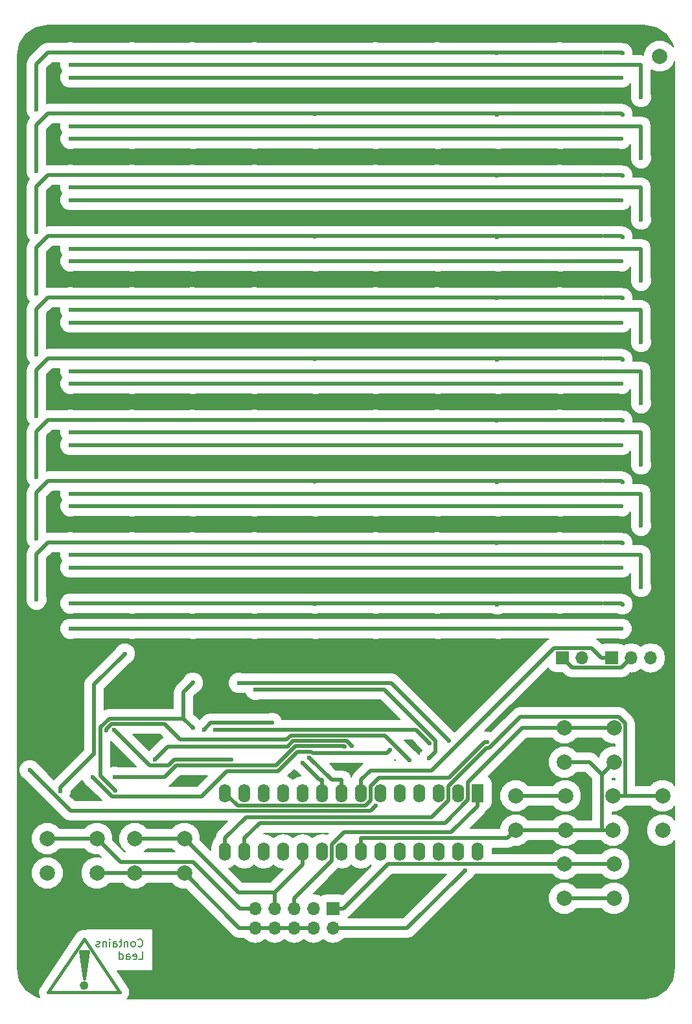
<source format=gbr>
G04 #@! TF.FileFunction,Copper,L2,Bot,Signal*
%FSLAX46Y46*%
G04 Gerber Fmt 4.6, Leading zero omitted, Abs format (unit mm)*
G04 Created by KiCad (PCBNEW 4.0.6) date 04/14/18 17:05:02*
%MOMM*%
%LPD*%
G01*
G04 APERTURE LIST*
%ADD10C,0.100000*%
%ADD11C,0.150000*%
%ADD12C,0.381000*%
%ADD13R,1.600000X2.400000*%
%ADD14O,1.600000X2.400000*%
%ADD15C,1.998980*%
%ADD16R,1.700000X1.700000*%
%ADD17O,1.700000X1.700000*%
%ADD18C,2.000000*%
%ADD19C,0.600000*%
%ADD20C,0.500000*%
%ADD21C,0.200000*%
G04 APERTURE END LIST*
D10*
D11*
X74120476Y-183682143D02*
X74168095Y-183729762D01*
X74310952Y-183777381D01*
X74406190Y-183777381D01*
X74549048Y-183729762D01*
X74644286Y-183634524D01*
X74691905Y-183539286D01*
X74739524Y-183348810D01*
X74739524Y-183205952D01*
X74691905Y-183015476D01*
X74644286Y-182920238D01*
X74549048Y-182825000D01*
X74406190Y-182777381D01*
X74310952Y-182777381D01*
X74168095Y-182825000D01*
X74120476Y-182872619D01*
X73549048Y-183777381D02*
X73644286Y-183729762D01*
X73691905Y-183682143D01*
X73739524Y-183586905D01*
X73739524Y-183301190D01*
X73691905Y-183205952D01*
X73644286Y-183158333D01*
X73549048Y-183110714D01*
X73406190Y-183110714D01*
X73310952Y-183158333D01*
X73263333Y-183205952D01*
X73215714Y-183301190D01*
X73215714Y-183586905D01*
X73263333Y-183682143D01*
X73310952Y-183729762D01*
X73406190Y-183777381D01*
X73549048Y-183777381D01*
X72787143Y-183110714D02*
X72787143Y-183777381D01*
X72787143Y-183205952D02*
X72739524Y-183158333D01*
X72644286Y-183110714D01*
X72501428Y-183110714D01*
X72406190Y-183158333D01*
X72358571Y-183253571D01*
X72358571Y-183777381D01*
X72025238Y-183110714D02*
X71644286Y-183110714D01*
X71882381Y-182777381D02*
X71882381Y-183634524D01*
X71834762Y-183729762D01*
X71739524Y-183777381D01*
X71644286Y-183777381D01*
X70882380Y-183777381D02*
X70882380Y-183253571D01*
X70929999Y-183158333D01*
X71025237Y-183110714D01*
X71215714Y-183110714D01*
X71310952Y-183158333D01*
X70882380Y-183729762D02*
X70977618Y-183777381D01*
X71215714Y-183777381D01*
X71310952Y-183729762D01*
X71358571Y-183634524D01*
X71358571Y-183539286D01*
X71310952Y-183444048D01*
X71215714Y-183396429D01*
X70977618Y-183396429D01*
X70882380Y-183348810D01*
X70406190Y-183777381D02*
X70406190Y-183110714D01*
X70406190Y-182777381D02*
X70453809Y-182825000D01*
X70406190Y-182872619D01*
X70358571Y-182825000D01*
X70406190Y-182777381D01*
X70406190Y-182872619D01*
X69930000Y-183110714D02*
X69930000Y-183777381D01*
X69930000Y-183205952D02*
X69882381Y-183158333D01*
X69787143Y-183110714D01*
X69644285Y-183110714D01*
X69549047Y-183158333D01*
X69501428Y-183253571D01*
X69501428Y-183777381D01*
X69072857Y-183729762D02*
X68977619Y-183777381D01*
X68787143Y-183777381D01*
X68691904Y-183729762D01*
X68644285Y-183634524D01*
X68644285Y-183586905D01*
X68691904Y-183491667D01*
X68787143Y-183444048D01*
X68930000Y-183444048D01*
X69025238Y-183396429D01*
X69072857Y-183301190D01*
X69072857Y-183253571D01*
X69025238Y-183158333D01*
X68930000Y-183110714D01*
X68787143Y-183110714D01*
X68691904Y-183158333D01*
X74215714Y-185427381D02*
X74691905Y-185427381D01*
X74691905Y-184427381D01*
X73501428Y-185379762D02*
X73596666Y-185427381D01*
X73787143Y-185427381D01*
X73882381Y-185379762D01*
X73930000Y-185284524D01*
X73930000Y-184903571D01*
X73882381Y-184808333D01*
X73787143Y-184760714D01*
X73596666Y-184760714D01*
X73501428Y-184808333D01*
X73453809Y-184903571D01*
X73453809Y-184998810D01*
X73930000Y-185094048D01*
X72596666Y-185427381D02*
X72596666Y-184903571D01*
X72644285Y-184808333D01*
X72739523Y-184760714D01*
X72930000Y-184760714D01*
X73025238Y-184808333D01*
X72596666Y-185379762D02*
X72691904Y-185427381D01*
X72930000Y-185427381D01*
X73025238Y-185379762D01*
X73072857Y-185284524D01*
X73072857Y-185189286D01*
X73025238Y-185094048D01*
X72930000Y-185046429D01*
X72691904Y-185046429D01*
X72596666Y-184998810D01*
X71691904Y-185427381D02*
X71691904Y-184427381D01*
X71691904Y-185379762D02*
X71787142Y-185427381D01*
X71977619Y-185427381D01*
X72072857Y-185379762D01*
X72120476Y-185332143D01*
X72168095Y-185236905D01*
X72168095Y-184951190D01*
X72120476Y-184855952D01*
X72072857Y-184808333D01*
X71977619Y-184760714D01*
X71787142Y-184760714D01*
X71691904Y-184808333D01*
D12*
X67056000Y-182753000D02*
X62357000Y-189738000D01*
X62357000Y-189738000D02*
X71755000Y-189738000D01*
X71755000Y-189738000D02*
X67056000Y-182753000D01*
X67183000Y-188849000D02*
G75*
G03X67183000Y-188849000I-127000J0D01*
G01*
X67415210Y-188849000D02*
G75*
G03X67415210Y-188849000I-359210J0D01*
G01*
X67056000Y-187960000D02*
X67183000Y-184404000D01*
X67056000Y-187833000D02*
X66929000Y-184404000D01*
X67056000Y-184404000D02*
X66548000Y-184404000D01*
X66548000Y-184404000D02*
X67056000Y-187960000D01*
X67056000Y-187960000D02*
X67564000Y-184404000D01*
X67564000Y-184404000D02*
X67056000Y-184404000D01*
D13*
X118491000Y-163703000D03*
D14*
X85471000Y-171323000D03*
X115951000Y-163703000D03*
X88011000Y-171323000D03*
X113411000Y-163703000D03*
X90551000Y-171323000D03*
X110871000Y-163703000D03*
X93091000Y-171323000D03*
X108331000Y-163703000D03*
X95631000Y-171323000D03*
X105791000Y-163703000D03*
X98171000Y-171323000D03*
X103251000Y-163703000D03*
X100711000Y-171323000D03*
X100711000Y-163703000D03*
X103251000Y-171323000D03*
X98171000Y-163703000D03*
X105791000Y-171323000D03*
X95631000Y-163703000D03*
X108331000Y-171323000D03*
X93091000Y-163703000D03*
X110871000Y-171323000D03*
X90551000Y-163703000D03*
X113411000Y-171323000D03*
X88011000Y-163703000D03*
X115951000Y-171323000D03*
X85471000Y-163703000D03*
X118491000Y-171323000D03*
D15*
X142240000Y-67437000D03*
D16*
X136017000Y-146050000D03*
D17*
X138557000Y-146050000D03*
X141097000Y-146050000D03*
D18*
X123444000Y-168584000D03*
X123444000Y-164084000D03*
X129944000Y-168584000D03*
X129944000Y-164084000D03*
X136144000Y-168584000D03*
X136144000Y-164084000D03*
X142644000Y-168584000D03*
X142644000Y-164084000D03*
X129794000Y-159694000D03*
X129794000Y-155194000D03*
X136294000Y-159694000D03*
X136294000Y-155194000D03*
X129794000Y-177474000D03*
X129794000Y-172974000D03*
X136294000Y-177474000D03*
X136294000Y-172974000D03*
X62230000Y-174172000D03*
X62230000Y-169672000D03*
X68730000Y-174172000D03*
X68730000Y-169672000D03*
X73660000Y-174172000D03*
X73660000Y-169672000D03*
X80160000Y-174172000D03*
X80160000Y-169672000D03*
D16*
X129540000Y-146050000D03*
D17*
X132080000Y-146050000D03*
D16*
X99568000Y-178816000D03*
D17*
X99568000Y-181356000D03*
X97028000Y-178816000D03*
X97028000Y-181356000D03*
X94488000Y-178816000D03*
X94488000Y-181356000D03*
X91948000Y-178816000D03*
X91948000Y-181356000D03*
X89408000Y-178816000D03*
X89408000Y-181356000D03*
D19*
X60833000Y-138430000D03*
X139827000Y-136779000D03*
X65278000Y-132588000D03*
X65278000Y-134239000D03*
X73279000Y-134239000D03*
X81280000Y-134239000D03*
X89281000Y-134239000D03*
X97282000Y-134239000D03*
X105156000Y-134239000D03*
X113284000Y-134239000D03*
X121158000Y-134239000D03*
X129286000Y-134239000D03*
X137287000Y-134239000D03*
X65278000Y-130937000D03*
X73279000Y-130937000D03*
X81153000Y-130937000D03*
X89281000Y-130937000D03*
X97231000Y-130988000D03*
X105156000Y-130937000D03*
X113157000Y-130937000D03*
X121031000Y-131064000D03*
X129159000Y-130937000D03*
X137414000Y-131064000D03*
X60833000Y-130429000D03*
X139827000Y-128778000D03*
X65278000Y-124587000D03*
X65278000Y-126238000D03*
X73279000Y-126238000D03*
X81280000Y-126238000D03*
X89281000Y-126238000D03*
X97282000Y-126238000D03*
X105156000Y-126238000D03*
X113284000Y-126238000D03*
X121158000Y-126238000D03*
X129286000Y-126238000D03*
X137287000Y-126238000D03*
X65278000Y-122936000D03*
X73279000Y-122936000D03*
X81153000Y-122936000D03*
X89281000Y-122936000D03*
X97231000Y-122987000D03*
X105156000Y-122936000D03*
X113157000Y-122936000D03*
X121031000Y-123063000D03*
X129159000Y-122936000D03*
X137414000Y-123063000D03*
X60833000Y-122428000D03*
X139827000Y-120777000D03*
X65278000Y-116586000D03*
X65278000Y-118237000D03*
X73279000Y-118237000D03*
X81280000Y-118237000D03*
X89281000Y-118237000D03*
X97282000Y-118237000D03*
X105156000Y-118237000D03*
X113284000Y-118237000D03*
X121158000Y-118237000D03*
X129286000Y-118237000D03*
X137287000Y-118237000D03*
X65278000Y-114935000D03*
X73279000Y-114935000D03*
X81153000Y-114935000D03*
X89281000Y-114935000D03*
X97231000Y-114986000D03*
X105156000Y-114935000D03*
X113157000Y-114935000D03*
X121031000Y-115062000D03*
X129159000Y-114935000D03*
X137414000Y-115062000D03*
X60833000Y-114427000D03*
X139827000Y-112776000D03*
X65278000Y-108585000D03*
X65278000Y-110236000D03*
X73279000Y-110236000D03*
X81280000Y-110236000D03*
X89281000Y-110236000D03*
X97282000Y-110236000D03*
X105156000Y-110236000D03*
X113284000Y-110236000D03*
X121158000Y-110236000D03*
X129286000Y-110236000D03*
X137287000Y-110236000D03*
X65278000Y-106934000D03*
X73279000Y-106934000D03*
X81153000Y-106934000D03*
X89281000Y-106934000D03*
X97231000Y-106985000D03*
X105156000Y-106934000D03*
X113157000Y-106934000D03*
X121031000Y-107061000D03*
X129159000Y-106934000D03*
X137414000Y-107061000D03*
X60833000Y-106426000D03*
X139827000Y-104775000D03*
X65278000Y-100584000D03*
X65278000Y-102235000D03*
X73279000Y-102235000D03*
X81280000Y-102235000D03*
X89281000Y-102235000D03*
X97282000Y-102235000D03*
X105156000Y-102235000D03*
X113284000Y-102235000D03*
X121158000Y-102235000D03*
X129286000Y-102235000D03*
X137287000Y-102235000D03*
X65278000Y-98933000D03*
X73279000Y-98933000D03*
X81153000Y-98933000D03*
X89281000Y-98933000D03*
X97231000Y-98984000D03*
X105156000Y-98933000D03*
X113157000Y-98933000D03*
X121031000Y-99060000D03*
X129159000Y-98933000D03*
X137414000Y-99060000D03*
X60833000Y-98425000D03*
X139827000Y-96774000D03*
X65278000Y-92583000D03*
X65278000Y-94234000D03*
X73279000Y-94234000D03*
X81280000Y-94234000D03*
X89281000Y-94234000D03*
X97282000Y-94234000D03*
X105156000Y-94234000D03*
X113284000Y-94234000D03*
X121158000Y-94234000D03*
X129286000Y-94234000D03*
X137287000Y-94234000D03*
X65278000Y-90932000D03*
X73279000Y-90932000D03*
X81153000Y-90932000D03*
X89281000Y-90932000D03*
X97231000Y-90983000D03*
X105156000Y-90932000D03*
X113157000Y-90932000D03*
X121031000Y-91059000D03*
X129159000Y-90932000D03*
X137414000Y-91059000D03*
X60833000Y-90424000D03*
X139827000Y-88773000D03*
X65278000Y-84582000D03*
X65278000Y-86233000D03*
X73279000Y-86233000D03*
X81280000Y-86233000D03*
X89281000Y-86233000D03*
X97282000Y-86233000D03*
X105156000Y-86233000D03*
X113284000Y-86233000D03*
X121158000Y-86233000D03*
X129286000Y-86233000D03*
X137287000Y-86233000D03*
X65278000Y-82931000D03*
X73279000Y-82931000D03*
X81153000Y-82931000D03*
X89281000Y-82931000D03*
X97231000Y-82982000D03*
X105156000Y-82931000D03*
X113157000Y-82931000D03*
X121031000Y-83058000D03*
X129159000Y-82931000D03*
X137414000Y-83058000D03*
X60833000Y-82423000D03*
X139827000Y-80772000D03*
X65278000Y-76581000D03*
X65278000Y-78232000D03*
X73279000Y-78232000D03*
X81280000Y-78232000D03*
X89281000Y-78232000D03*
X97282000Y-78232000D03*
X105156000Y-78232000D03*
X113284000Y-78232000D03*
X121158000Y-78232000D03*
X129286000Y-78232000D03*
X137287000Y-78232000D03*
X65278000Y-74930000D03*
X73279000Y-74930000D03*
X81153000Y-74930000D03*
X89281000Y-74930000D03*
X97231000Y-74981000D03*
X105156000Y-74930000D03*
X113157000Y-74930000D03*
X121031000Y-75057000D03*
X129159000Y-74930000D03*
X137414000Y-75057000D03*
X137414000Y-139065000D03*
X129159000Y-138938000D03*
X121031000Y-139065000D03*
X113157000Y-138938000D03*
X105156000Y-138938000D03*
X97231000Y-138989000D03*
X89281000Y-138938000D03*
X81153000Y-138938000D03*
X73279000Y-138938000D03*
X65278000Y-138938000D03*
X137287000Y-142240000D03*
X129286000Y-142240000D03*
X121158000Y-142240000D03*
X113284000Y-142240000D03*
X105156000Y-142240000D03*
X97282000Y-142240000D03*
X89281000Y-142240000D03*
X81280000Y-142240000D03*
X73279000Y-142240000D03*
X65278000Y-142240000D03*
X60833000Y-74422000D03*
X139827000Y-72771000D03*
X65278000Y-68580000D03*
X65278000Y-70231000D03*
X73279000Y-70231000D03*
X81280000Y-70231000D03*
X89281000Y-70231000D03*
X97282000Y-70231000D03*
X105156000Y-70231000D03*
X113284000Y-70231000D03*
X121158000Y-70231000D03*
X129286000Y-70231000D03*
X137287000Y-70231000D03*
X65278000Y-66929000D03*
X73279000Y-66929000D03*
X81153000Y-66929000D03*
X89281000Y-66929000D03*
X97231000Y-66980000D03*
X105156000Y-66929000D03*
X113157000Y-66929000D03*
X121031000Y-67056000D03*
X129159000Y-66929000D03*
X137414000Y-67056000D03*
X95608500Y-159793800D03*
X119888000Y-153416000D03*
X116843100Y-173790800D03*
X96441200Y-159047400D03*
X119702200Y-157046700D03*
X105199200Y-165353400D03*
X59960000Y-160709400D03*
X107006000Y-158091400D03*
X68167800Y-161630300D03*
X68338900Y-158585300D03*
X72390000Y-145499600D03*
X63967800Y-163460000D03*
X101139300Y-157682600D03*
X71070300Y-161609700D03*
X71120000Y-163389200D03*
X81280000Y-155187600D03*
X81280000Y-149301200D03*
X102058300Y-157537800D03*
X76290900Y-159307900D03*
X91610000Y-154548900D03*
X82720000Y-155427400D03*
X79813600Y-159363700D03*
X70950000Y-155463700D03*
X86282000Y-159300000D03*
X78400000Y-155499600D03*
X69958600Y-155486900D03*
X86114900Y-156745700D03*
X109601000Y-159385600D03*
X89453200Y-150218100D03*
X112141000Y-159132000D03*
X87290000Y-149331300D03*
X114741000Y-156897300D03*
X93076900Y-155447400D03*
X112199800Y-157192500D03*
X84160000Y-155458700D03*
D20*
X62738000Y-130937000D02*
X65278000Y-130937000D01*
X62357000Y-130937000D02*
X62738000Y-130937000D01*
X60833000Y-132461000D02*
X62357000Y-130937000D01*
X60833000Y-138430000D02*
X60833000Y-132461000D01*
X139827000Y-132588000D02*
X139827000Y-136779000D01*
X137287000Y-132588000D02*
X139827000Y-132588000D01*
X65278000Y-132588000D02*
X137287000Y-132588000D01*
X65278000Y-134239000D02*
X73279000Y-134239000D01*
X73279000Y-134239000D02*
X81280000Y-134239000D01*
X81280000Y-134239000D02*
X89281000Y-134239000D01*
X89281000Y-134239000D02*
X97282000Y-134239000D01*
X97282000Y-134239000D02*
X105156000Y-134239000D01*
X105156000Y-134239000D02*
X113284000Y-134239000D01*
X113284000Y-134239000D02*
X121158000Y-134239000D01*
X121158000Y-134239000D02*
X129286000Y-134239000D01*
X129286000Y-134239000D02*
X137287000Y-134239000D01*
X97231000Y-130988000D02*
X97282000Y-130937000D01*
X121031000Y-131064000D02*
X121158000Y-130937000D01*
X137287000Y-130937000D02*
X135001000Y-130937000D01*
X137414000Y-131064000D02*
X137287000Y-130937000D01*
X65278000Y-130937000D02*
X73279000Y-130937000D01*
X73279000Y-130937000D02*
X81153000Y-130937000D01*
X81153000Y-130937000D02*
X89281000Y-130937000D01*
X89281000Y-130937000D02*
X97282000Y-130937000D01*
X97282000Y-130937000D02*
X105156000Y-130937000D01*
X105156000Y-130937000D02*
X113157000Y-130937000D01*
X113157000Y-130937000D02*
X121158000Y-130937000D01*
X121158000Y-130937000D02*
X129159000Y-130937000D01*
X129159000Y-130937000D02*
X134747000Y-130937000D01*
X62738000Y-122936000D02*
X65278000Y-122936000D01*
X62357000Y-122936000D02*
X62738000Y-122936000D01*
X60833000Y-124460000D02*
X62357000Y-122936000D01*
X60833000Y-130429000D02*
X60833000Y-124460000D01*
X139827000Y-124587000D02*
X139827000Y-128778000D01*
X137287000Y-124587000D02*
X139827000Y-124587000D01*
X65278000Y-124587000D02*
X137287000Y-124587000D01*
X65278000Y-126238000D02*
X73279000Y-126238000D01*
X73279000Y-126238000D02*
X81280000Y-126238000D01*
X81280000Y-126238000D02*
X89281000Y-126238000D01*
X89281000Y-126238000D02*
X97282000Y-126238000D01*
X97282000Y-126238000D02*
X105156000Y-126238000D01*
X105156000Y-126238000D02*
X113284000Y-126238000D01*
X113284000Y-126238000D02*
X121158000Y-126238000D01*
X121158000Y-126238000D02*
X129286000Y-126238000D01*
X129286000Y-126238000D02*
X137287000Y-126238000D01*
X97231000Y-122987000D02*
X97282000Y-122936000D01*
X121031000Y-123063000D02*
X121158000Y-122936000D01*
X137287000Y-122936000D02*
X135001000Y-122936000D01*
X137414000Y-123063000D02*
X137287000Y-122936000D01*
X65278000Y-122936000D02*
X73279000Y-122936000D01*
X73279000Y-122936000D02*
X81153000Y-122936000D01*
X81153000Y-122936000D02*
X89281000Y-122936000D01*
X89281000Y-122936000D02*
X97282000Y-122936000D01*
X97282000Y-122936000D02*
X105156000Y-122936000D01*
X105156000Y-122936000D02*
X113157000Y-122936000D01*
X113157000Y-122936000D02*
X121158000Y-122936000D01*
X121158000Y-122936000D02*
X129159000Y-122936000D01*
X129159000Y-122936000D02*
X134747000Y-122936000D01*
X62738000Y-114935000D02*
X65278000Y-114935000D01*
X62357000Y-114935000D02*
X62738000Y-114935000D01*
X60833000Y-116459000D02*
X62357000Y-114935000D01*
X60833000Y-122428000D02*
X60833000Y-116459000D01*
X139827000Y-116586000D02*
X139827000Y-120777000D01*
X137287000Y-116586000D02*
X139827000Y-116586000D01*
X65278000Y-116586000D02*
X137287000Y-116586000D01*
X65278000Y-118237000D02*
X73279000Y-118237000D01*
X73279000Y-118237000D02*
X81280000Y-118237000D01*
X81280000Y-118237000D02*
X89281000Y-118237000D01*
X89281000Y-118237000D02*
X97282000Y-118237000D01*
X97282000Y-118237000D02*
X105156000Y-118237000D01*
X105156000Y-118237000D02*
X113284000Y-118237000D01*
X113284000Y-118237000D02*
X121158000Y-118237000D01*
X121158000Y-118237000D02*
X129286000Y-118237000D01*
X129286000Y-118237000D02*
X137287000Y-118237000D01*
X97231000Y-114986000D02*
X97282000Y-114935000D01*
X121031000Y-115062000D02*
X121158000Y-114935000D01*
X137287000Y-114935000D02*
X135001000Y-114935000D01*
X137414000Y-115062000D02*
X137287000Y-114935000D01*
X65278000Y-114935000D02*
X73279000Y-114935000D01*
X73279000Y-114935000D02*
X81153000Y-114935000D01*
X81153000Y-114935000D02*
X89281000Y-114935000D01*
X89281000Y-114935000D02*
X97282000Y-114935000D01*
X97282000Y-114935000D02*
X105156000Y-114935000D01*
X105156000Y-114935000D02*
X113157000Y-114935000D01*
X113157000Y-114935000D02*
X121158000Y-114935000D01*
X121158000Y-114935000D02*
X129159000Y-114935000D01*
X129159000Y-114935000D02*
X134747000Y-114935000D01*
X62738000Y-106934000D02*
X65278000Y-106934000D01*
X62357000Y-106934000D02*
X62738000Y-106934000D01*
X60833000Y-108458000D02*
X62357000Y-106934000D01*
X60833000Y-114427000D02*
X60833000Y-108458000D01*
X139827000Y-108585000D02*
X139827000Y-112776000D01*
X137287000Y-108585000D02*
X139827000Y-108585000D01*
X65278000Y-108585000D02*
X137287000Y-108585000D01*
X65278000Y-110236000D02*
X73279000Y-110236000D01*
X73279000Y-110236000D02*
X81280000Y-110236000D01*
X81280000Y-110236000D02*
X89281000Y-110236000D01*
X89281000Y-110236000D02*
X97282000Y-110236000D01*
X97282000Y-110236000D02*
X105156000Y-110236000D01*
X105156000Y-110236000D02*
X113284000Y-110236000D01*
X113284000Y-110236000D02*
X121158000Y-110236000D01*
X121158000Y-110236000D02*
X129286000Y-110236000D01*
X129286000Y-110236000D02*
X137287000Y-110236000D01*
X97231000Y-106985000D02*
X97282000Y-106934000D01*
X121031000Y-107061000D02*
X121158000Y-106934000D01*
X137287000Y-106934000D02*
X135001000Y-106934000D01*
X137414000Y-107061000D02*
X137287000Y-106934000D01*
X65278000Y-106934000D02*
X73279000Y-106934000D01*
X73279000Y-106934000D02*
X81153000Y-106934000D01*
X81153000Y-106934000D02*
X89281000Y-106934000D01*
X89281000Y-106934000D02*
X97282000Y-106934000D01*
X97282000Y-106934000D02*
X105156000Y-106934000D01*
X105156000Y-106934000D02*
X113157000Y-106934000D01*
X113157000Y-106934000D02*
X121158000Y-106934000D01*
X121158000Y-106934000D02*
X129159000Y-106934000D01*
X129159000Y-106934000D02*
X134747000Y-106934000D01*
X62738000Y-98933000D02*
X65278000Y-98933000D01*
X62357000Y-98933000D02*
X62738000Y-98933000D01*
X60833000Y-100457000D02*
X62357000Y-98933000D01*
X60833000Y-106426000D02*
X60833000Y-100457000D01*
X139827000Y-100584000D02*
X139827000Y-104775000D01*
X137287000Y-100584000D02*
X139827000Y-100584000D01*
X65278000Y-100584000D02*
X137287000Y-100584000D01*
X65278000Y-102235000D02*
X73279000Y-102235000D01*
X73279000Y-102235000D02*
X81280000Y-102235000D01*
X81280000Y-102235000D02*
X89281000Y-102235000D01*
X89281000Y-102235000D02*
X97282000Y-102235000D01*
X97282000Y-102235000D02*
X105156000Y-102235000D01*
X105156000Y-102235000D02*
X113284000Y-102235000D01*
X113284000Y-102235000D02*
X121158000Y-102235000D01*
X121158000Y-102235000D02*
X129286000Y-102235000D01*
X129286000Y-102235000D02*
X137287000Y-102235000D01*
X97231000Y-98984000D02*
X97282000Y-98933000D01*
X121031000Y-99060000D02*
X121158000Y-98933000D01*
X137287000Y-98933000D02*
X135001000Y-98933000D01*
X137414000Y-99060000D02*
X137287000Y-98933000D01*
X65278000Y-98933000D02*
X73279000Y-98933000D01*
X73279000Y-98933000D02*
X81153000Y-98933000D01*
X81153000Y-98933000D02*
X89281000Y-98933000D01*
X89281000Y-98933000D02*
X97282000Y-98933000D01*
X97282000Y-98933000D02*
X105156000Y-98933000D01*
X105156000Y-98933000D02*
X113157000Y-98933000D01*
X113157000Y-98933000D02*
X121158000Y-98933000D01*
X121158000Y-98933000D02*
X129159000Y-98933000D01*
X129159000Y-98933000D02*
X134747000Y-98933000D01*
X62738000Y-90932000D02*
X65278000Y-90932000D01*
X62357000Y-90932000D02*
X62738000Y-90932000D01*
X60833000Y-92456000D02*
X62357000Y-90932000D01*
X60833000Y-98425000D02*
X60833000Y-92456000D01*
X139827000Y-92583000D02*
X139827000Y-96774000D01*
X137287000Y-92583000D02*
X139827000Y-92583000D01*
X65278000Y-92583000D02*
X137287000Y-92583000D01*
X65278000Y-94234000D02*
X73279000Y-94234000D01*
X73279000Y-94234000D02*
X81280000Y-94234000D01*
X81280000Y-94234000D02*
X89281000Y-94234000D01*
X89281000Y-94234000D02*
X97282000Y-94234000D01*
X97282000Y-94234000D02*
X105156000Y-94234000D01*
X105156000Y-94234000D02*
X113284000Y-94234000D01*
X113284000Y-94234000D02*
X121158000Y-94234000D01*
X121158000Y-94234000D02*
X129286000Y-94234000D01*
X129286000Y-94234000D02*
X137287000Y-94234000D01*
X97231000Y-90983000D02*
X97282000Y-90932000D01*
X121031000Y-91059000D02*
X121158000Y-90932000D01*
X137287000Y-90932000D02*
X135001000Y-90932000D01*
X137414000Y-91059000D02*
X137287000Y-90932000D01*
X65278000Y-90932000D02*
X73279000Y-90932000D01*
X73279000Y-90932000D02*
X81153000Y-90932000D01*
X81153000Y-90932000D02*
X89281000Y-90932000D01*
X89281000Y-90932000D02*
X97282000Y-90932000D01*
X97282000Y-90932000D02*
X105156000Y-90932000D01*
X105156000Y-90932000D02*
X113157000Y-90932000D01*
X113157000Y-90932000D02*
X121158000Y-90932000D01*
X121158000Y-90932000D02*
X129159000Y-90932000D01*
X129159000Y-90932000D02*
X134747000Y-90932000D01*
X62738000Y-82931000D02*
X65278000Y-82931000D01*
X62357000Y-82931000D02*
X62738000Y-82931000D01*
X60833000Y-84455000D02*
X62357000Y-82931000D01*
X60833000Y-90424000D02*
X60833000Y-84455000D01*
X139827000Y-84582000D02*
X139827000Y-88773000D01*
X137287000Y-84582000D02*
X139827000Y-84582000D01*
X65278000Y-84582000D02*
X137287000Y-84582000D01*
X65278000Y-86233000D02*
X73279000Y-86233000D01*
X73279000Y-86233000D02*
X81280000Y-86233000D01*
X81280000Y-86233000D02*
X89281000Y-86233000D01*
X89281000Y-86233000D02*
X97282000Y-86233000D01*
X97282000Y-86233000D02*
X105156000Y-86233000D01*
X105156000Y-86233000D02*
X113284000Y-86233000D01*
X113284000Y-86233000D02*
X121158000Y-86233000D01*
X121158000Y-86233000D02*
X129286000Y-86233000D01*
X129286000Y-86233000D02*
X137287000Y-86233000D01*
X97231000Y-82982000D02*
X97282000Y-82931000D01*
X121031000Y-83058000D02*
X121158000Y-82931000D01*
X137287000Y-82931000D02*
X135001000Y-82931000D01*
X137414000Y-83058000D02*
X137287000Y-82931000D01*
X65278000Y-82931000D02*
X73279000Y-82931000D01*
X73279000Y-82931000D02*
X81153000Y-82931000D01*
X81153000Y-82931000D02*
X89281000Y-82931000D01*
X89281000Y-82931000D02*
X97282000Y-82931000D01*
X97282000Y-82931000D02*
X105156000Y-82931000D01*
X105156000Y-82931000D02*
X113157000Y-82931000D01*
X113157000Y-82931000D02*
X121158000Y-82931000D01*
X121158000Y-82931000D02*
X129159000Y-82931000D01*
X129159000Y-82931000D02*
X134747000Y-82931000D01*
X62738000Y-74930000D02*
X65278000Y-74930000D01*
X62357000Y-74930000D02*
X62738000Y-74930000D01*
X60833000Y-76454000D02*
X62357000Y-74930000D01*
X60833000Y-82423000D02*
X60833000Y-76454000D01*
X139827000Y-76581000D02*
X139827000Y-80772000D01*
X137287000Y-76581000D02*
X139827000Y-76581000D01*
X65278000Y-76581000D02*
X137287000Y-76581000D01*
X65278000Y-78232000D02*
X73279000Y-78232000D01*
X73279000Y-78232000D02*
X81280000Y-78232000D01*
X81280000Y-78232000D02*
X89281000Y-78232000D01*
X89281000Y-78232000D02*
X97282000Y-78232000D01*
X97282000Y-78232000D02*
X105156000Y-78232000D01*
X105156000Y-78232000D02*
X113284000Y-78232000D01*
X113284000Y-78232000D02*
X121158000Y-78232000D01*
X121158000Y-78232000D02*
X129286000Y-78232000D01*
X129286000Y-78232000D02*
X137287000Y-78232000D01*
X97231000Y-74981000D02*
X97282000Y-74930000D01*
X121031000Y-75057000D02*
X121158000Y-74930000D01*
X137287000Y-74930000D02*
X135001000Y-74930000D01*
X137414000Y-75057000D02*
X137287000Y-74930000D01*
X65278000Y-74930000D02*
X73279000Y-74930000D01*
X73279000Y-74930000D02*
X81153000Y-74930000D01*
X81153000Y-74930000D02*
X89281000Y-74930000D01*
X89281000Y-74930000D02*
X97282000Y-74930000D01*
X97282000Y-74930000D02*
X105156000Y-74930000D01*
X105156000Y-74930000D02*
X113157000Y-74930000D01*
X113157000Y-74930000D02*
X121158000Y-74930000D01*
X121158000Y-74930000D02*
X129159000Y-74930000D01*
X129159000Y-74930000D02*
X134747000Y-74930000D01*
X129159000Y-138938000D02*
X134747000Y-138938000D01*
X121158000Y-138938000D02*
X129159000Y-138938000D01*
X113157000Y-138938000D02*
X121158000Y-138938000D01*
X105156000Y-138938000D02*
X113157000Y-138938000D01*
X97282000Y-138938000D02*
X105156000Y-138938000D01*
X89281000Y-138938000D02*
X97282000Y-138938000D01*
X81153000Y-138938000D02*
X89281000Y-138938000D01*
X73279000Y-138938000D02*
X81153000Y-138938000D01*
X65278000Y-138938000D02*
X73279000Y-138938000D01*
X137414000Y-139065000D02*
X137287000Y-138938000D01*
X137287000Y-138938000D02*
X135001000Y-138938000D01*
X121031000Y-139065000D02*
X121158000Y-138938000D01*
X97231000Y-138989000D02*
X97282000Y-138938000D01*
X129286000Y-142240000D02*
X137287000Y-142240000D01*
X121158000Y-142240000D02*
X129286000Y-142240000D01*
X113284000Y-142240000D02*
X121158000Y-142240000D01*
X105156000Y-142240000D02*
X113284000Y-142240000D01*
X97282000Y-142240000D02*
X105156000Y-142240000D01*
X89281000Y-142240000D02*
X97282000Y-142240000D01*
X81280000Y-142240000D02*
X89281000Y-142240000D01*
X73279000Y-142240000D02*
X81280000Y-142240000D01*
X65278000Y-142240000D02*
X73279000Y-142240000D01*
X62738000Y-66929000D02*
X65278000Y-66929000D01*
X62357000Y-66929000D02*
X62738000Y-66929000D01*
X60833000Y-68453000D02*
X62357000Y-66929000D01*
X60833000Y-74422000D02*
X60833000Y-68453000D01*
X139827000Y-68580000D02*
X139827000Y-72771000D01*
X137287000Y-68580000D02*
X139827000Y-68580000D01*
X65278000Y-68580000D02*
X137287000Y-68580000D01*
X65278000Y-70231000D02*
X73279000Y-70231000D01*
X73279000Y-70231000D02*
X81280000Y-70231000D01*
X81280000Y-70231000D02*
X89281000Y-70231000D01*
X89281000Y-70231000D02*
X97282000Y-70231000D01*
X97282000Y-70231000D02*
X105156000Y-70231000D01*
X105156000Y-70231000D02*
X113284000Y-70231000D01*
X113284000Y-70231000D02*
X121158000Y-70231000D01*
X121158000Y-70231000D02*
X129286000Y-70231000D01*
X129286000Y-70231000D02*
X137287000Y-70231000D01*
X97231000Y-66980000D02*
X97282000Y-66929000D01*
X121031000Y-67056000D02*
X121158000Y-66929000D01*
X137287000Y-66929000D02*
X135001000Y-66929000D01*
X137414000Y-67056000D02*
X137287000Y-66929000D01*
X65278000Y-66929000D02*
X73279000Y-66929000D01*
X73279000Y-66929000D02*
X81153000Y-66929000D01*
X81153000Y-66929000D02*
X89281000Y-66929000D01*
X89281000Y-66929000D02*
X97282000Y-66929000D01*
X97282000Y-66929000D02*
X105156000Y-66929000D01*
X105156000Y-66929000D02*
X113157000Y-66929000D01*
X113157000Y-66929000D02*
X121158000Y-66929000D01*
X121158000Y-66929000D02*
X129159000Y-66929000D01*
X129159000Y-66929000D02*
X134747000Y-66929000D01*
X104511400Y-160742600D02*
X103251000Y-162003000D01*
X112436400Y-160742600D02*
X104511400Y-160742600D01*
X128429400Y-144749600D02*
X119888000Y-153291000D01*
X119888000Y-153291000D02*
X112436400Y-160742600D01*
X133366600Y-144749600D02*
X128429400Y-144749600D01*
X134667000Y-146050000D02*
X133366600Y-144749600D01*
X136017000Y-146050000D02*
X134667000Y-146050000D01*
X103251000Y-163703000D02*
X103251000Y-162003000D01*
X97817700Y-162003000D02*
X95608500Y-159793800D01*
X98171000Y-162003000D02*
X97817700Y-162003000D01*
X98171000Y-163703000D02*
X98171000Y-162003000D01*
X115038300Y-168855700D02*
X118491000Y-165403000D01*
X100998200Y-168855700D02*
X115038300Y-168855700D01*
X99440900Y-170413000D02*
X100998200Y-168855700D01*
X99440900Y-172513100D02*
X99440900Y-170413000D01*
X94488000Y-177466000D02*
X99440900Y-172513100D01*
X94488000Y-178816000D02*
X94488000Y-177466000D01*
X118491000Y-163703000D02*
X118491000Y-165403000D01*
X85471000Y-171323000D02*
X85471000Y-169623000D01*
X142644000Y-164084000D02*
X137754000Y-164084000D01*
X137754000Y-164084000D02*
X136144000Y-164084000D01*
X88260800Y-166833200D02*
X85471000Y-169623000D01*
X112481900Y-166833200D02*
X88260800Y-166833200D01*
X114681000Y-164634100D02*
X112481900Y-166833200D01*
X114681000Y-162795600D02*
X114681000Y-164634100D01*
X119679600Y-157797000D02*
X114681000Y-162795600D01*
X120013100Y-157797000D02*
X119679600Y-157797000D01*
X124070100Y-153740000D02*
X120013100Y-157797000D01*
X136895000Y-153740000D02*
X124070100Y-153740000D01*
X137754000Y-154599000D02*
X136895000Y-153740000D01*
X137754000Y-164084000D02*
X137754000Y-154599000D01*
X88011000Y-171323000D02*
X88011000Y-169623000D01*
X136294000Y-155194000D02*
X129794000Y-155194000D01*
X90037300Y-167596700D02*
X88011000Y-169623000D01*
X114227900Y-167596700D02*
X90037300Y-167596700D01*
X117240600Y-164584000D02*
X114227900Y-167596700D01*
X117240600Y-162307200D02*
X117240600Y-164584000D01*
X124353800Y-155194000D02*
X117240600Y-162307200D01*
X129794000Y-155194000D02*
X124353800Y-155194000D01*
X129794000Y-172974000D02*
X136294000Y-172974000D01*
X99568000Y-178816000D02*
X100918000Y-178816000D01*
X106760000Y-172974000D02*
X100918000Y-178816000D01*
X129794000Y-172974000D02*
X106760000Y-172974000D01*
X68730000Y-169672000D02*
X62230000Y-169672000D01*
X71779600Y-172721600D02*
X68730000Y-169672000D01*
X81278000Y-172721600D02*
X71779600Y-172721600D01*
X87372400Y-178816000D02*
X81278000Y-172721600D01*
X89408000Y-178816000D02*
X87372400Y-178816000D01*
X95631000Y-171323000D02*
X95631000Y-173023000D01*
X91948000Y-178816000D02*
X91948000Y-176706000D01*
X91948000Y-176706000D02*
X95631000Y-173023000D01*
X87194000Y-176706000D02*
X80160000Y-169672000D01*
X91948000Y-176706000D02*
X87194000Y-176706000D01*
X80160000Y-169672000D02*
X73660000Y-169672000D01*
X119888000Y-153416000D02*
X119825500Y-153353500D01*
X119825500Y-153353500D02*
X119888000Y-153416000D01*
X119888000Y-153416000D02*
X119888000Y-153291000D01*
X137256600Y-147350400D02*
X138557000Y-146050000D01*
X130840400Y-147350400D02*
X137256600Y-147350400D01*
X129540000Y-146050000D02*
X130840400Y-147350400D01*
X109277900Y-181356000D02*
X116843100Y-173790800D01*
X99568000Y-181356000D02*
X109277900Y-181356000D01*
X91948000Y-181356000D02*
X94488000Y-181356000D01*
X94488000Y-181356000D02*
X97028000Y-181356000D01*
X73660000Y-174172000D02*
X68730000Y-174172000D01*
X136294000Y-177474000D02*
X129794000Y-177474000D01*
X103251000Y-171323000D02*
X103251000Y-169623000D01*
X122405000Y-169623000D02*
X123444000Y-168584000D01*
X103251000Y-169623000D02*
X122405000Y-169623000D01*
X80160000Y-174172000D02*
X73660000Y-174172000D01*
X123444000Y-168584000D02*
X129944000Y-168584000D01*
X133087800Y-159694000D02*
X134690900Y-161297100D01*
X129794000Y-159694000D02*
X133087800Y-159694000D01*
X134690900Y-161297100D02*
X136294000Y-159694000D01*
X134690900Y-161297100D02*
X134690900Y-168584000D01*
X129944000Y-168584000D02*
X134690900Y-168584000D01*
X134690900Y-168584000D02*
X136144000Y-168584000D01*
X91948000Y-181356000D02*
X89408000Y-181356000D01*
X87344000Y-181356000D02*
X80160000Y-174172000D01*
X89408000Y-181356000D02*
X87344000Y-181356000D01*
X99396800Y-162003000D02*
X96441200Y-159047400D01*
X100711000Y-162003000D02*
X99396800Y-162003000D01*
X100711000Y-163703000D02*
X100711000Y-162003000D01*
X129944000Y-164084000D02*
X123444000Y-164084000D01*
X87121300Y-165353300D02*
X85471000Y-163703000D01*
X103829700Y-165353300D02*
X87121300Y-165353300D01*
X104521000Y-164662000D02*
X103829700Y-165353300D01*
X104521000Y-162804000D02*
X104521000Y-164662000D01*
X105601500Y-161723500D02*
X104521000Y-162804000D01*
X114762600Y-161723500D02*
X105601500Y-161723500D01*
X119439400Y-157046700D02*
X114762600Y-161723500D01*
X119702200Y-157046700D02*
X119439400Y-157046700D01*
X104498900Y-166053700D02*
X105199200Y-165353400D01*
X65304300Y-166053700D02*
X104498900Y-166053700D01*
X59960000Y-160709400D02*
X65304300Y-166053700D01*
X70699400Y-164161900D02*
X68167800Y-161630300D01*
X82368800Y-164161900D02*
X70699400Y-164161900D01*
X85695000Y-160835700D02*
X82368800Y-164161900D01*
X92404800Y-160835700D02*
X85695000Y-160835700D01*
X94943400Y-158297100D02*
X92404800Y-160835700D01*
X96752100Y-158297100D02*
X94943400Y-158297100D01*
X96931200Y-158476200D02*
X96752100Y-158297100D01*
X106621200Y-158476200D02*
X96931200Y-158476200D01*
X107006000Y-158091400D02*
X106621200Y-158476200D01*
X68338900Y-149550700D02*
X72390000Y-145499600D01*
X68338900Y-158585300D02*
X68338900Y-149550700D01*
X63967800Y-162956400D02*
X63967800Y-163460000D01*
X68338900Y-158585300D02*
X63967800Y-162956400D01*
X77594000Y-161609700D02*
X71070300Y-161609700D01*
X79068400Y-160135300D02*
X77594000Y-161609700D01*
X92114700Y-160135300D02*
X79068400Y-160135300D01*
X94653200Y-157596800D02*
X92114700Y-160135300D01*
X101053500Y-157596800D02*
X94653200Y-157596800D01*
X101139300Y-157682600D02*
X101053500Y-157596800D01*
X70348600Y-153968700D02*
X80061100Y-153968700D01*
X69207500Y-155109800D02*
X70348600Y-153968700D01*
X69207500Y-161476700D02*
X69207500Y-155109800D01*
X71120000Y-163389200D02*
X69207500Y-161476700D01*
X80061100Y-153968700D02*
X81280000Y-155187600D01*
X80061100Y-150520100D02*
X81280000Y-149301200D01*
X80061100Y-153968700D02*
X80061100Y-150520100D01*
X77968300Y-157630500D02*
X76290900Y-159307900D01*
X93629000Y-157630500D02*
X77968300Y-157630500D01*
X94373300Y-156886200D02*
X93629000Y-157630500D01*
X101406700Y-156886200D02*
X94373300Y-156886200D01*
X102058300Y-157537800D02*
X101406700Y-156886200D01*
X83598500Y-154548900D02*
X91610000Y-154548900D01*
X82720000Y-155427400D02*
X83598500Y-154548900D01*
X75604500Y-160118200D02*
X70950000Y-155463700D01*
X78095000Y-160118200D02*
X75604500Y-160118200D01*
X78849500Y-159363700D02*
X78095000Y-160118200D01*
X79813600Y-159363700D02*
X78849500Y-159363700D01*
X86218300Y-159363700D02*
X86282000Y-159300000D01*
X79813600Y-159363700D02*
X86218300Y-159363700D01*
X77569500Y-154669100D02*
X78400000Y-155499600D01*
X70649900Y-154669100D02*
X77569500Y-154669100D01*
X69958600Y-155360400D02*
X70649900Y-154669100D01*
X69958600Y-155486900D02*
X69958600Y-155360400D01*
X79646100Y-156745700D02*
X86114900Y-156745700D01*
X78400000Y-155499600D02*
X79646100Y-156745700D01*
X93523300Y-156745700D02*
X86114900Y-156745700D01*
X94083100Y-156185900D02*
X93523300Y-156745700D01*
X106401300Y-156185900D02*
X94083100Y-156185900D01*
X109601000Y-159385600D02*
X106401300Y-156185900D01*
X112957000Y-158316000D02*
X112141000Y-159132000D01*
X112957000Y-156857300D02*
X112957000Y-158316000D01*
X106317800Y-150218100D02*
X112957000Y-156857300D01*
X89453200Y-150218100D02*
X106317800Y-150218100D01*
X107175000Y-149331300D02*
X114741000Y-156897300D01*
X87290000Y-149331300D02*
X107175000Y-149331300D01*
X110454700Y-155447400D02*
X93076900Y-155447400D01*
X112199800Y-157192500D02*
X110454700Y-155447400D01*
X84171300Y-155447400D02*
X84160000Y-155458700D01*
X93076900Y-155447400D02*
X84171300Y-155447400D01*
D21*
G36*
X141820570Y-63723518D02*
X143079974Y-64565025D01*
X143921482Y-65824430D01*
X144002282Y-66230639D01*
X143430818Y-65658177D01*
X142659446Y-65337876D01*
X141824218Y-65337147D01*
X141052288Y-65656102D01*
X140461177Y-66246182D01*
X140140876Y-67017554D01*
X140140636Y-67292386D01*
X139827000Y-67230000D01*
X138813849Y-67230000D01*
X138814243Y-66778744D01*
X138601555Y-66264000D01*
X138208072Y-65869830D01*
X137883185Y-65734925D01*
X137803623Y-65681763D01*
X137710593Y-65663258D01*
X137693699Y-65656243D01*
X137675245Y-65656227D01*
X137287000Y-65579000D01*
X135001000Y-65579000D01*
X134874000Y-65604262D01*
X134747000Y-65579000D01*
X129558527Y-65579000D01*
X129438699Y-65529243D01*
X128881744Y-65528757D01*
X128760147Y-65579000D01*
X113556527Y-65579000D01*
X113436699Y-65529243D01*
X112879744Y-65528757D01*
X112758147Y-65579000D01*
X105555527Y-65579000D01*
X105435699Y-65529243D01*
X104878744Y-65528757D01*
X104757147Y-65579000D01*
X89680527Y-65579000D01*
X89560699Y-65529243D01*
X89003744Y-65528757D01*
X88882147Y-65579000D01*
X81552527Y-65579000D01*
X81432699Y-65529243D01*
X80875744Y-65528757D01*
X80754147Y-65579000D01*
X73678527Y-65579000D01*
X73558699Y-65529243D01*
X73001744Y-65528757D01*
X72880147Y-65579000D01*
X65677527Y-65579000D01*
X65557699Y-65529243D01*
X65000744Y-65528757D01*
X64879147Y-65579000D01*
X62357000Y-65579000D01*
X61840377Y-65681763D01*
X61560988Y-65868445D01*
X61402406Y-65974406D01*
X59878406Y-67498406D01*
X59585763Y-67936377D01*
X59483000Y-68453000D01*
X59483000Y-74022473D01*
X59433243Y-74142301D01*
X59432757Y-74699256D01*
X59645445Y-75214000D01*
X59904402Y-75473410D01*
X59878406Y-75499406D01*
X59585763Y-75937377D01*
X59483000Y-76454000D01*
X59483000Y-82023473D01*
X59433243Y-82143301D01*
X59432757Y-82700256D01*
X59645445Y-83215000D01*
X59904402Y-83474410D01*
X59878406Y-83500406D01*
X59585763Y-83938377D01*
X59483000Y-84455000D01*
X59483000Y-90024473D01*
X59433243Y-90144301D01*
X59432757Y-90701256D01*
X59645445Y-91216000D01*
X59904402Y-91475410D01*
X59878406Y-91501406D01*
X59585763Y-91939377D01*
X59483000Y-92456000D01*
X59483000Y-98025473D01*
X59433243Y-98145301D01*
X59432757Y-98702256D01*
X59645445Y-99217000D01*
X59904402Y-99476410D01*
X59878406Y-99502406D01*
X59585763Y-99940377D01*
X59483000Y-100457000D01*
X59483000Y-106026473D01*
X59433243Y-106146301D01*
X59432757Y-106703256D01*
X59645445Y-107218000D01*
X59904402Y-107477410D01*
X59878406Y-107503406D01*
X59585763Y-107941377D01*
X59483000Y-108458000D01*
X59483000Y-114027473D01*
X59433243Y-114147301D01*
X59432757Y-114704256D01*
X59645445Y-115219000D01*
X59904402Y-115478410D01*
X59878406Y-115504406D01*
X59585763Y-115942377D01*
X59483000Y-116459000D01*
X59483000Y-122028473D01*
X59433243Y-122148301D01*
X59432757Y-122705256D01*
X59645445Y-123220000D01*
X59904402Y-123479410D01*
X59878406Y-123505406D01*
X59585763Y-123943377D01*
X59483000Y-124460000D01*
X59483000Y-130029473D01*
X59433243Y-130149301D01*
X59432757Y-130706256D01*
X59645445Y-131221000D01*
X59904402Y-131480410D01*
X59878406Y-131506406D01*
X59585763Y-131944377D01*
X59483000Y-132461000D01*
X59483000Y-138030473D01*
X59433243Y-138150301D01*
X59432757Y-138707256D01*
X59645445Y-139222000D01*
X60038928Y-139616170D01*
X60553301Y-139829757D01*
X61110256Y-139830243D01*
X61625000Y-139617555D01*
X62019170Y-139224072D01*
X62022830Y-139215256D01*
X63877757Y-139215256D01*
X64090445Y-139730000D01*
X64483928Y-140124170D01*
X64998301Y-140337757D01*
X65555256Y-140338243D01*
X65676853Y-140288000D01*
X72879473Y-140288000D01*
X72999301Y-140337757D01*
X73556256Y-140338243D01*
X73677853Y-140288000D01*
X80753473Y-140288000D01*
X80873301Y-140337757D01*
X81430256Y-140338243D01*
X81551853Y-140288000D01*
X88881473Y-140288000D01*
X89001301Y-140337757D01*
X89558256Y-140338243D01*
X89679853Y-140288000D01*
X96708652Y-140288000D01*
X96951301Y-140388757D01*
X97508256Y-140389243D01*
X97753283Y-140288000D01*
X104756473Y-140288000D01*
X104876301Y-140337757D01*
X105433256Y-140338243D01*
X105554853Y-140288000D01*
X112757473Y-140288000D01*
X112877301Y-140337757D01*
X113434256Y-140338243D01*
X113555853Y-140288000D01*
X120325624Y-140288000D01*
X120751301Y-140464757D01*
X121308256Y-140465243D01*
X121737217Y-140288000D01*
X128759473Y-140288000D01*
X128879301Y-140337757D01*
X129436256Y-140338243D01*
X129557853Y-140288000D01*
X134747000Y-140288000D01*
X134874000Y-140262738D01*
X135001000Y-140288000D01*
X136708624Y-140288000D01*
X137134301Y-140464757D01*
X137691256Y-140465243D01*
X138206000Y-140252555D01*
X138600170Y-139859072D01*
X138813757Y-139344699D01*
X138814243Y-138787744D01*
X138601555Y-138273000D01*
X138208072Y-137878830D01*
X137883185Y-137743925D01*
X137803623Y-137690763D01*
X137710593Y-137672258D01*
X137693699Y-137665243D01*
X137675245Y-137665227D01*
X137287000Y-137588000D01*
X135001000Y-137588000D01*
X134874000Y-137613262D01*
X134747000Y-137588000D01*
X129558527Y-137588000D01*
X129438699Y-137538243D01*
X128881744Y-137537757D01*
X128760147Y-137588000D01*
X113556527Y-137588000D01*
X113436699Y-137538243D01*
X112879744Y-137537757D01*
X112758147Y-137588000D01*
X105555527Y-137588000D01*
X105435699Y-137538243D01*
X104878744Y-137537757D01*
X104757147Y-137588000D01*
X89680527Y-137588000D01*
X89560699Y-137538243D01*
X89003744Y-137537757D01*
X88882147Y-137588000D01*
X81552527Y-137588000D01*
X81432699Y-137538243D01*
X80875744Y-137537757D01*
X80754147Y-137588000D01*
X73678527Y-137588000D01*
X73558699Y-137538243D01*
X73001744Y-137537757D01*
X72880147Y-137588000D01*
X65677527Y-137588000D01*
X65557699Y-137538243D01*
X65000744Y-137537757D01*
X64486000Y-137750445D01*
X64091830Y-138143928D01*
X63878243Y-138658301D01*
X63877757Y-139215256D01*
X62022830Y-139215256D01*
X62232757Y-138709699D01*
X62233243Y-138152744D01*
X62183000Y-138031147D01*
X62183000Y-133020188D01*
X62916188Y-132287000D01*
X63887088Y-132287000D01*
X63878243Y-132308301D01*
X63877757Y-132865256D01*
X64090445Y-133380000D01*
X64123600Y-133413213D01*
X64091830Y-133444928D01*
X63878243Y-133959301D01*
X63877757Y-134516256D01*
X64090445Y-135031000D01*
X64483928Y-135425170D01*
X64998301Y-135638757D01*
X65555256Y-135639243D01*
X65676853Y-135589000D01*
X72879473Y-135589000D01*
X72999301Y-135638757D01*
X73556256Y-135639243D01*
X73677853Y-135589000D01*
X80880473Y-135589000D01*
X81000301Y-135638757D01*
X81557256Y-135639243D01*
X81678853Y-135589000D01*
X88881473Y-135589000D01*
X89001301Y-135638757D01*
X89558256Y-135639243D01*
X89679853Y-135589000D01*
X96882473Y-135589000D01*
X97002301Y-135638757D01*
X97559256Y-135639243D01*
X97680853Y-135589000D01*
X104756473Y-135589000D01*
X104876301Y-135638757D01*
X105433256Y-135639243D01*
X105554853Y-135589000D01*
X112884473Y-135589000D01*
X113004301Y-135638757D01*
X113561256Y-135639243D01*
X113682853Y-135589000D01*
X120758473Y-135589000D01*
X120878301Y-135638757D01*
X121435256Y-135639243D01*
X121556853Y-135589000D01*
X128886473Y-135589000D01*
X129006301Y-135638757D01*
X129563256Y-135639243D01*
X129684853Y-135589000D01*
X136887473Y-135589000D01*
X137007301Y-135638757D01*
X137564256Y-135639243D01*
X138079000Y-135426555D01*
X138473170Y-135033072D01*
X138477000Y-135023848D01*
X138477000Y-136379473D01*
X138427243Y-136499301D01*
X138426757Y-137056256D01*
X138639445Y-137571000D01*
X139032928Y-137965170D01*
X139547301Y-138178757D01*
X140104256Y-138179243D01*
X140619000Y-137966555D01*
X141013170Y-137573072D01*
X141226757Y-137058699D01*
X141227243Y-136501744D01*
X141177000Y-136380147D01*
X141177000Y-132588000D01*
X141074237Y-132071377D01*
X140781594Y-131633406D01*
X140343623Y-131340763D01*
X139827000Y-131238000D01*
X138813849Y-131238000D01*
X138814243Y-130786744D01*
X138601555Y-130272000D01*
X138208072Y-129877830D01*
X137883185Y-129742925D01*
X137803623Y-129689763D01*
X137710593Y-129671258D01*
X137693699Y-129664243D01*
X137675245Y-129664227D01*
X137287000Y-129587000D01*
X135001000Y-129587000D01*
X134874000Y-129612262D01*
X134747000Y-129587000D01*
X129558527Y-129587000D01*
X129438699Y-129537243D01*
X128881744Y-129536757D01*
X128760147Y-129587000D01*
X113556527Y-129587000D01*
X113436699Y-129537243D01*
X112879744Y-129536757D01*
X112758147Y-129587000D01*
X105555527Y-129587000D01*
X105435699Y-129537243D01*
X104878744Y-129536757D01*
X104757147Y-129587000D01*
X89680527Y-129587000D01*
X89560699Y-129537243D01*
X89003744Y-129536757D01*
X88882147Y-129587000D01*
X81552527Y-129587000D01*
X81432699Y-129537243D01*
X80875744Y-129536757D01*
X80754147Y-129587000D01*
X73678527Y-129587000D01*
X73558699Y-129537243D01*
X73001744Y-129536757D01*
X72880147Y-129587000D01*
X65677527Y-129587000D01*
X65557699Y-129537243D01*
X65000744Y-129536757D01*
X64879147Y-129587000D01*
X62357000Y-129587000D01*
X62183000Y-129621611D01*
X62183000Y-125019188D01*
X62916188Y-124286000D01*
X63887088Y-124286000D01*
X63878243Y-124307301D01*
X63877757Y-124864256D01*
X64090445Y-125379000D01*
X64123600Y-125412213D01*
X64091830Y-125443928D01*
X63878243Y-125958301D01*
X63877757Y-126515256D01*
X64090445Y-127030000D01*
X64483928Y-127424170D01*
X64998301Y-127637757D01*
X65555256Y-127638243D01*
X65676853Y-127588000D01*
X72879473Y-127588000D01*
X72999301Y-127637757D01*
X73556256Y-127638243D01*
X73677853Y-127588000D01*
X80880473Y-127588000D01*
X81000301Y-127637757D01*
X81557256Y-127638243D01*
X81678853Y-127588000D01*
X88881473Y-127588000D01*
X89001301Y-127637757D01*
X89558256Y-127638243D01*
X89679853Y-127588000D01*
X96882473Y-127588000D01*
X97002301Y-127637757D01*
X97559256Y-127638243D01*
X97680853Y-127588000D01*
X104756473Y-127588000D01*
X104876301Y-127637757D01*
X105433256Y-127638243D01*
X105554853Y-127588000D01*
X112884473Y-127588000D01*
X113004301Y-127637757D01*
X113561256Y-127638243D01*
X113682853Y-127588000D01*
X120758473Y-127588000D01*
X120878301Y-127637757D01*
X121435256Y-127638243D01*
X121556853Y-127588000D01*
X128886473Y-127588000D01*
X129006301Y-127637757D01*
X129563256Y-127638243D01*
X129684853Y-127588000D01*
X136887473Y-127588000D01*
X137007301Y-127637757D01*
X137564256Y-127638243D01*
X138079000Y-127425555D01*
X138473170Y-127032072D01*
X138477000Y-127022848D01*
X138477000Y-128378473D01*
X138427243Y-128498301D01*
X138426757Y-129055256D01*
X138639445Y-129570000D01*
X139032928Y-129964170D01*
X139547301Y-130177757D01*
X140104256Y-130178243D01*
X140619000Y-129965555D01*
X141013170Y-129572072D01*
X141226757Y-129057699D01*
X141227243Y-128500744D01*
X141177000Y-128379147D01*
X141177000Y-124587000D01*
X141074237Y-124070377D01*
X140781594Y-123632406D01*
X140343623Y-123339763D01*
X139827000Y-123237000D01*
X138813849Y-123237000D01*
X138814243Y-122785744D01*
X138601555Y-122271000D01*
X138208072Y-121876830D01*
X137883185Y-121741925D01*
X137803623Y-121688763D01*
X137710593Y-121670258D01*
X137693699Y-121663243D01*
X137675245Y-121663227D01*
X137287000Y-121586000D01*
X135001000Y-121586000D01*
X134874000Y-121611262D01*
X134747000Y-121586000D01*
X129558527Y-121586000D01*
X129438699Y-121536243D01*
X128881744Y-121535757D01*
X128760147Y-121586000D01*
X113556527Y-121586000D01*
X113436699Y-121536243D01*
X112879744Y-121535757D01*
X112758147Y-121586000D01*
X105555527Y-121586000D01*
X105435699Y-121536243D01*
X104878744Y-121535757D01*
X104757147Y-121586000D01*
X89680527Y-121586000D01*
X89560699Y-121536243D01*
X89003744Y-121535757D01*
X88882147Y-121586000D01*
X81552527Y-121586000D01*
X81432699Y-121536243D01*
X80875744Y-121535757D01*
X80754147Y-121586000D01*
X73678527Y-121586000D01*
X73558699Y-121536243D01*
X73001744Y-121535757D01*
X72880147Y-121586000D01*
X65677527Y-121586000D01*
X65557699Y-121536243D01*
X65000744Y-121535757D01*
X64879147Y-121586000D01*
X62357000Y-121586000D01*
X62183000Y-121620611D01*
X62183000Y-117018188D01*
X62916188Y-116285000D01*
X63887088Y-116285000D01*
X63878243Y-116306301D01*
X63877757Y-116863256D01*
X64090445Y-117378000D01*
X64123600Y-117411213D01*
X64091830Y-117442928D01*
X63878243Y-117957301D01*
X63877757Y-118514256D01*
X64090445Y-119029000D01*
X64483928Y-119423170D01*
X64998301Y-119636757D01*
X65555256Y-119637243D01*
X65676853Y-119587000D01*
X72879473Y-119587000D01*
X72999301Y-119636757D01*
X73556256Y-119637243D01*
X73677853Y-119587000D01*
X80880473Y-119587000D01*
X81000301Y-119636757D01*
X81557256Y-119637243D01*
X81678853Y-119587000D01*
X88881473Y-119587000D01*
X89001301Y-119636757D01*
X89558256Y-119637243D01*
X89679853Y-119587000D01*
X96882473Y-119587000D01*
X97002301Y-119636757D01*
X97559256Y-119637243D01*
X97680853Y-119587000D01*
X104756473Y-119587000D01*
X104876301Y-119636757D01*
X105433256Y-119637243D01*
X105554853Y-119587000D01*
X112884473Y-119587000D01*
X113004301Y-119636757D01*
X113561256Y-119637243D01*
X113682853Y-119587000D01*
X120758473Y-119587000D01*
X120878301Y-119636757D01*
X121435256Y-119637243D01*
X121556853Y-119587000D01*
X128886473Y-119587000D01*
X129006301Y-119636757D01*
X129563256Y-119637243D01*
X129684853Y-119587000D01*
X136887473Y-119587000D01*
X137007301Y-119636757D01*
X137564256Y-119637243D01*
X138079000Y-119424555D01*
X138473170Y-119031072D01*
X138477000Y-119021848D01*
X138477000Y-120377473D01*
X138427243Y-120497301D01*
X138426757Y-121054256D01*
X138639445Y-121569000D01*
X139032928Y-121963170D01*
X139547301Y-122176757D01*
X140104256Y-122177243D01*
X140619000Y-121964555D01*
X141013170Y-121571072D01*
X141226757Y-121056699D01*
X141227243Y-120499744D01*
X141177000Y-120378147D01*
X141177000Y-116586000D01*
X141074237Y-116069377D01*
X140781594Y-115631406D01*
X140343623Y-115338763D01*
X139827000Y-115236000D01*
X138813849Y-115236000D01*
X138814243Y-114784744D01*
X138601555Y-114270000D01*
X138208072Y-113875830D01*
X137883185Y-113740925D01*
X137803623Y-113687763D01*
X137710593Y-113669258D01*
X137693699Y-113662243D01*
X137675245Y-113662227D01*
X137287000Y-113585000D01*
X135001000Y-113585000D01*
X134874000Y-113610262D01*
X134747000Y-113585000D01*
X129558527Y-113585000D01*
X129438699Y-113535243D01*
X128881744Y-113534757D01*
X128760147Y-113585000D01*
X113556527Y-113585000D01*
X113436699Y-113535243D01*
X112879744Y-113534757D01*
X112758147Y-113585000D01*
X105555527Y-113585000D01*
X105435699Y-113535243D01*
X104878744Y-113534757D01*
X104757147Y-113585000D01*
X89680527Y-113585000D01*
X89560699Y-113535243D01*
X89003744Y-113534757D01*
X88882147Y-113585000D01*
X81552527Y-113585000D01*
X81432699Y-113535243D01*
X80875744Y-113534757D01*
X80754147Y-113585000D01*
X73678527Y-113585000D01*
X73558699Y-113535243D01*
X73001744Y-113534757D01*
X72880147Y-113585000D01*
X65677527Y-113585000D01*
X65557699Y-113535243D01*
X65000744Y-113534757D01*
X64879147Y-113585000D01*
X62357000Y-113585000D01*
X62183000Y-113619611D01*
X62183000Y-109017188D01*
X62916188Y-108284000D01*
X63887088Y-108284000D01*
X63878243Y-108305301D01*
X63877757Y-108862256D01*
X64090445Y-109377000D01*
X64123600Y-109410213D01*
X64091830Y-109441928D01*
X63878243Y-109956301D01*
X63877757Y-110513256D01*
X64090445Y-111028000D01*
X64483928Y-111422170D01*
X64998301Y-111635757D01*
X65555256Y-111636243D01*
X65676853Y-111586000D01*
X72879473Y-111586000D01*
X72999301Y-111635757D01*
X73556256Y-111636243D01*
X73677853Y-111586000D01*
X80880473Y-111586000D01*
X81000301Y-111635757D01*
X81557256Y-111636243D01*
X81678853Y-111586000D01*
X88881473Y-111586000D01*
X89001301Y-111635757D01*
X89558256Y-111636243D01*
X89679853Y-111586000D01*
X96882473Y-111586000D01*
X97002301Y-111635757D01*
X97559256Y-111636243D01*
X97680853Y-111586000D01*
X104756473Y-111586000D01*
X104876301Y-111635757D01*
X105433256Y-111636243D01*
X105554853Y-111586000D01*
X112884473Y-111586000D01*
X113004301Y-111635757D01*
X113561256Y-111636243D01*
X113682853Y-111586000D01*
X120758473Y-111586000D01*
X120878301Y-111635757D01*
X121435256Y-111636243D01*
X121556853Y-111586000D01*
X128886473Y-111586000D01*
X129006301Y-111635757D01*
X129563256Y-111636243D01*
X129684853Y-111586000D01*
X136887473Y-111586000D01*
X137007301Y-111635757D01*
X137564256Y-111636243D01*
X138079000Y-111423555D01*
X138473170Y-111030072D01*
X138477000Y-111020848D01*
X138477000Y-112376473D01*
X138427243Y-112496301D01*
X138426757Y-113053256D01*
X138639445Y-113568000D01*
X139032928Y-113962170D01*
X139547301Y-114175757D01*
X140104256Y-114176243D01*
X140619000Y-113963555D01*
X141013170Y-113570072D01*
X141226757Y-113055699D01*
X141227243Y-112498744D01*
X141177000Y-112377147D01*
X141177000Y-108585000D01*
X141074237Y-108068377D01*
X140781594Y-107630406D01*
X140343623Y-107337763D01*
X139827000Y-107235000D01*
X138813849Y-107235000D01*
X138814243Y-106783744D01*
X138601555Y-106269000D01*
X138208072Y-105874830D01*
X137883185Y-105739925D01*
X137803623Y-105686763D01*
X137710593Y-105668258D01*
X137693699Y-105661243D01*
X137675245Y-105661227D01*
X137287000Y-105584000D01*
X135001000Y-105584000D01*
X134874000Y-105609262D01*
X134747000Y-105584000D01*
X129558527Y-105584000D01*
X129438699Y-105534243D01*
X128881744Y-105533757D01*
X128760147Y-105584000D01*
X113556527Y-105584000D01*
X113436699Y-105534243D01*
X112879744Y-105533757D01*
X112758147Y-105584000D01*
X105555527Y-105584000D01*
X105435699Y-105534243D01*
X104878744Y-105533757D01*
X104757147Y-105584000D01*
X89680527Y-105584000D01*
X89560699Y-105534243D01*
X89003744Y-105533757D01*
X88882147Y-105584000D01*
X81552527Y-105584000D01*
X81432699Y-105534243D01*
X80875744Y-105533757D01*
X80754147Y-105584000D01*
X73678527Y-105584000D01*
X73558699Y-105534243D01*
X73001744Y-105533757D01*
X72880147Y-105584000D01*
X65677527Y-105584000D01*
X65557699Y-105534243D01*
X65000744Y-105533757D01*
X64879147Y-105584000D01*
X62357000Y-105584000D01*
X62183000Y-105618611D01*
X62183000Y-101016188D01*
X62916188Y-100283000D01*
X63887088Y-100283000D01*
X63878243Y-100304301D01*
X63877757Y-100861256D01*
X64090445Y-101376000D01*
X64123600Y-101409213D01*
X64091830Y-101440928D01*
X63878243Y-101955301D01*
X63877757Y-102512256D01*
X64090445Y-103027000D01*
X64483928Y-103421170D01*
X64998301Y-103634757D01*
X65555256Y-103635243D01*
X65676853Y-103585000D01*
X72879473Y-103585000D01*
X72999301Y-103634757D01*
X73556256Y-103635243D01*
X73677853Y-103585000D01*
X80880473Y-103585000D01*
X81000301Y-103634757D01*
X81557256Y-103635243D01*
X81678853Y-103585000D01*
X88881473Y-103585000D01*
X89001301Y-103634757D01*
X89558256Y-103635243D01*
X89679853Y-103585000D01*
X96882473Y-103585000D01*
X97002301Y-103634757D01*
X97559256Y-103635243D01*
X97680853Y-103585000D01*
X104756473Y-103585000D01*
X104876301Y-103634757D01*
X105433256Y-103635243D01*
X105554853Y-103585000D01*
X112884473Y-103585000D01*
X113004301Y-103634757D01*
X113561256Y-103635243D01*
X113682853Y-103585000D01*
X120758473Y-103585000D01*
X120878301Y-103634757D01*
X121435256Y-103635243D01*
X121556853Y-103585000D01*
X128886473Y-103585000D01*
X129006301Y-103634757D01*
X129563256Y-103635243D01*
X129684853Y-103585000D01*
X136887473Y-103585000D01*
X137007301Y-103634757D01*
X137564256Y-103635243D01*
X138079000Y-103422555D01*
X138473170Y-103029072D01*
X138477000Y-103019848D01*
X138477000Y-104375473D01*
X138427243Y-104495301D01*
X138426757Y-105052256D01*
X138639445Y-105567000D01*
X139032928Y-105961170D01*
X139547301Y-106174757D01*
X140104256Y-106175243D01*
X140619000Y-105962555D01*
X141013170Y-105569072D01*
X141226757Y-105054699D01*
X141227243Y-104497744D01*
X141177000Y-104376147D01*
X141177000Y-100584000D01*
X141074237Y-100067377D01*
X140781594Y-99629406D01*
X140343623Y-99336763D01*
X139827000Y-99234000D01*
X138813849Y-99234000D01*
X138814243Y-98782744D01*
X138601555Y-98268000D01*
X138208072Y-97873830D01*
X137883185Y-97738925D01*
X137803623Y-97685763D01*
X137710593Y-97667258D01*
X137693699Y-97660243D01*
X137675245Y-97660227D01*
X137287000Y-97583000D01*
X135001000Y-97583000D01*
X134874000Y-97608262D01*
X134747000Y-97583000D01*
X129558527Y-97583000D01*
X129438699Y-97533243D01*
X128881744Y-97532757D01*
X128760147Y-97583000D01*
X113556527Y-97583000D01*
X113436699Y-97533243D01*
X112879744Y-97532757D01*
X112758147Y-97583000D01*
X105555527Y-97583000D01*
X105435699Y-97533243D01*
X104878744Y-97532757D01*
X104757147Y-97583000D01*
X89680527Y-97583000D01*
X89560699Y-97533243D01*
X89003744Y-97532757D01*
X88882147Y-97583000D01*
X81552527Y-97583000D01*
X81432699Y-97533243D01*
X80875744Y-97532757D01*
X80754147Y-97583000D01*
X73678527Y-97583000D01*
X73558699Y-97533243D01*
X73001744Y-97532757D01*
X72880147Y-97583000D01*
X65677527Y-97583000D01*
X65557699Y-97533243D01*
X65000744Y-97532757D01*
X64879147Y-97583000D01*
X62357000Y-97583000D01*
X62183000Y-97617611D01*
X62183000Y-93015188D01*
X62916188Y-92282000D01*
X63887088Y-92282000D01*
X63878243Y-92303301D01*
X63877757Y-92860256D01*
X64090445Y-93375000D01*
X64123600Y-93408213D01*
X64091830Y-93439928D01*
X63878243Y-93954301D01*
X63877757Y-94511256D01*
X64090445Y-95026000D01*
X64483928Y-95420170D01*
X64998301Y-95633757D01*
X65555256Y-95634243D01*
X65676853Y-95584000D01*
X72879473Y-95584000D01*
X72999301Y-95633757D01*
X73556256Y-95634243D01*
X73677853Y-95584000D01*
X80880473Y-95584000D01*
X81000301Y-95633757D01*
X81557256Y-95634243D01*
X81678853Y-95584000D01*
X88881473Y-95584000D01*
X89001301Y-95633757D01*
X89558256Y-95634243D01*
X89679853Y-95584000D01*
X96882473Y-95584000D01*
X97002301Y-95633757D01*
X97559256Y-95634243D01*
X97680853Y-95584000D01*
X104756473Y-95584000D01*
X104876301Y-95633757D01*
X105433256Y-95634243D01*
X105554853Y-95584000D01*
X112884473Y-95584000D01*
X113004301Y-95633757D01*
X113561256Y-95634243D01*
X113682853Y-95584000D01*
X120758473Y-95584000D01*
X120878301Y-95633757D01*
X121435256Y-95634243D01*
X121556853Y-95584000D01*
X128886473Y-95584000D01*
X129006301Y-95633757D01*
X129563256Y-95634243D01*
X129684853Y-95584000D01*
X136887473Y-95584000D01*
X137007301Y-95633757D01*
X137564256Y-95634243D01*
X138079000Y-95421555D01*
X138473170Y-95028072D01*
X138477000Y-95018848D01*
X138477000Y-96374473D01*
X138427243Y-96494301D01*
X138426757Y-97051256D01*
X138639445Y-97566000D01*
X139032928Y-97960170D01*
X139547301Y-98173757D01*
X140104256Y-98174243D01*
X140619000Y-97961555D01*
X141013170Y-97568072D01*
X141226757Y-97053699D01*
X141227243Y-96496744D01*
X141177000Y-96375147D01*
X141177000Y-92583000D01*
X141074237Y-92066377D01*
X140781594Y-91628406D01*
X140343623Y-91335763D01*
X139827000Y-91233000D01*
X138813849Y-91233000D01*
X138814243Y-90781744D01*
X138601555Y-90267000D01*
X138208072Y-89872830D01*
X137883185Y-89737925D01*
X137803623Y-89684763D01*
X137710593Y-89666258D01*
X137693699Y-89659243D01*
X137675245Y-89659227D01*
X137287000Y-89582000D01*
X135001000Y-89582000D01*
X134874000Y-89607262D01*
X134747000Y-89582000D01*
X129558527Y-89582000D01*
X129438699Y-89532243D01*
X128881744Y-89531757D01*
X128760147Y-89582000D01*
X113556527Y-89582000D01*
X113436699Y-89532243D01*
X112879744Y-89531757D01*
X112758147Y-89582000D01*
X105555527Y-89582000D01*
X105435699Y-89532243D01*
X104878744Y-89531757D01*
X104757147Y-89582000D01*
X89680527Y-89582000D01*
X89560699Y-89532243D01*
X89003744Y-89531757D01*
X88882147Y-89582000D01*
X81552527Y-89582000D01*
X81432699Y-89532243D01*
X80875744Y-89531757D01*
X80754147Y-89582000D01*
X73678527Y-89582000D01*
X73558699Y-89532243D01*
X73001744Y-89531757D01*
X72880147Y-89582000D01*
X65677527Y-89582000D01*
X65557699Y-89532243D01*
X65000744Y-89531757D01*
X64879147Y-89582000D01*
X62357000Y-89582000D01*
X62183000Y-89616611D01*
X62183000Y-85014188D01*
X62916188Y-84281000D01*
X63887088Y-84281000D01*
X63878243Y-84302301D01*
X63877757Y-84859256D01*
X64090445Y-85374000D01*
X64123600Y-85407213D01*
X64091830Y-85438928D01*
X63878243Y-85953301D01*
X63877757Y-86510256D01*
X64090445Y-87025000D01*
X64483928Y-87419170D01*
X64998301Y-87632757D01*
X65555256Y-87633243D01*
X65676853Y-87583000D01*
X72879473Y-87583000D01*
X72999301Y-87632757D01*
X73556256Y-87633243D01*
X73677853Y-87583000D01*
X80880473Y-87583000D01*
X81000301Y-87632757D01*
X81557256Y-87633243D01*
X81678853Y-87583000D01*
X88881473Y-87583000D01*
X89001301Y-87632757D01*
X89558256Y-87633243D01*
X89679853Y-87583000D01*
X96882473Y-87583000D01*
X97002301Y-87632757D01*
X97559256Y-87633243D01*
X97680853Y-87583000D01*
X104756473Y-87583000D01*
X104876301Y-87632757D01*
X105433256Y-87633243D01*
X105554853Y-87583000D01*
X112884473Y-87583000D01*
X113004301Y-87632757D01*
X113561256Y-87633243D01*
X113682853Y-87583000D01*
X120758473Y-87583000D01*
X120878301Y-87632757D01*
X121435256Y-87633243D01*
X121556853Y-87583000D01*
X128886473Y-87583000D01*
X129006301Y-87632757D01*
X129563256Y-87633243D01*
X129684853Y-87583000D01*
X136887473Y-87583000D01*
X137007301Y-87632757D01*
X137564256Y-87633243D01*
X138079000Y-87420555D01*
X138473170Y-87027072D01*
X138477000Y-87017848D01*
X138477000Y-88373473D01*
X138427243Y-88493301D01*
X138426757Y-89050256D01*
X138639445Y-89565000D01*
X139032928Y-89959170D01*
X139547301Y-90172757D01*
X140104256Y-90173243D01*
X140619000Y-89960555D01*
X141013170Y-89567072D01*
X141226757Y-89052699D01*
X141227243Y-88495744D01*
X141177000Y-88374147D01*
X141177000Y-84582000D01*
X141074237Y-84065377D01*
X140781594Y-83627406D01*
X140343623Y-83334763D01*
X139827000Y-83232000D01*
X138813849Y-83232000D01*
X138814243Y-82780744D01*
X138601555Y-82266000D01*
X138208072Y-81871830D01*
X137883185Y-81736925D01*
X137803623Y-81683763D01*
X137710593Y-81665258D01*
X137693699Y-81658243D01*
X137675245Y-81658227D01*
X137287000Y-81581000D01*
X135001000Y-81581000D01*
X134874000Y-81606262D01*
X134747000Y-81581000D01*
X129558527Y-81581000D01*
X129438699Y-81531243D01*
X128881744Y-81530757D01*
X128760147Y-81581000D01*
X113556527Y-81581000D01*
X113436699Y-81531243D01*
X112879744Y-81530757D01*
X112758147Y-81581000D01*
X105555527Y-81581000D01*
X105435699Y-81531243D01*
X104878744Y-81530757D01*
X104757147Y-81581000D01*
X89680527Y-81581000D01*
X89560699Y-81531243D01*
X89003744Y-81530757D01*
X88882147Y-81581000D01*
X81552527Y-81581000D01*
X81432699Y-81531243D01*
X80875744Y-81530757D01*
X80754147Y-81581000D01*
X73678527Y-81581000D01*
X73558699Y-81531243D01*
X73001744Y-81530757D01*
X72880147Y-81581000D01*
X65677527Y-81581000D01*
X65557699Y-81531243D01*
X65000744Y-81530757D01*
X64879147Y-81581000D01*
X62357000Y-81581000D01*
X62183000Y-81615611D01*
X62183000Y-77013188D01*
X62916188Y-76280000D01*
X63887088Y-76280000D01*
X63878243Y-76301301D01*
X63877757Y-76858256D01*
X64090445Y-77373000D01*
X64123600Y-77406213D01*
X64091830Y-77437928D01*
X63878243Y-77952301D01*
X63877757Y-78509256D01*
X64090445Y-79024000D01*
X64483928Y-79418170D01*
X64998301Y-79631757D01*
X65555256Y-79632243D01*
X65676853Y-79582000D01*
X72879473Y-79582000D01*
X72999301Y-79631757D01*
X73556256Y-79632243D01*
X73677853Y-79582000D01*
X80880473Y-79582000D01*
X81000301Y-79631757D01*
X81557256Y-79632243D01*
X81678853Y-79582000D01*
X88881473Y-79582000D01*
X89001301Y-79631757D01*
X89558256Y-79632243D01*
X89679853Y-79582000D01*
X96882473Y-79582000D01*
X97002301Y-79631757D01*
X97559256Y-79632243D01*
X97680853Y-79582000D01*
X104756473Y-79582000D01*
X104876301Y-79631757D01*
X105433256Y-79632243D01*
X105554853Y-79582000D01*
X112884473Y-79582000D01*
X113004301Y-79631757D01*
X113561256Y-79632243D01*
X113682853Y-79582000D01*
X120758473Y-79582000D01*
X120878301Y-79631757D01*
X121435256Y-79632243D01*
X121556853Y-79582000D01*
X128886473Y-79582000D01*
X129006301Y-79631757D01*
X129563256Y-79632243D01*
X129684853Y-79582000D01*
X136887473Y-79582000D01*
X137007301Y-79631757D01*
X137564256Y-79632243D01*
X138079000Y-79419555D01*
X138473170Y-79026072D01*
X138477000Y-79016848D01*
X138477000Y-80372473D01*
X138427243Y-80492301D01*
X138426757Y-81049256D01*
X138639445Y-81564000D01*
X139032928Y-81958170D01*
X139547301Y-82171757D01*
X140104256Y-82172243D01*
X140619000Y-81959555D01*
X141013170Y-81566072D01*
X141226757Y-81051699D01*
X141227243Y-80494744D01*
X141177000Y-80373147D01*
X141177000Y-76581000D01*
X141074237Y-76064377D01*
X140781594Y-75626406D01*
X140343623Y-75333763D01*
X139827000Y-75231000D01*
X138813849Y-75231000D01*
X138814243Y-74779744D01*
X138601555Y-74265000D01*
X138208072Y-73870830D01*
X137883185Y-73735925D01*
X137803623Y-73682763D01*
X137710593Y-73664258D01*
X137693699Y-73657243D01*
X137675245Y-73657227D01*
X137287000Y-73580000D01*
X135001000Y-73580000D01*
X134874000Y-73605262D01*
X134747000Y-73580000D01*
X129558527Y-73580000D01*
X129438699Y-73530243D01*
X128881744Y-73529757D01*
X128760147Y-73580000D01*
X113556527Y-73580000D01*
X113436699Y-73530243D01*
X112879744Y-73529757D01*
X112758147Y-73580000D01*
X105555527Y-73580000D01*
X105435699Y-73530243D01*
X104878744Y-73529757D01*
X104757147Y-73580000D01*
X89680527Y-73580000D01*
X89560699Y-73530243D01*
X89003744Y-73529757D01*
X88882147Y-73580000D01*
X81552527Y-73580000D01*
X81432699Y-73530243D01*
X80875744Y-73529757D01*
X80754147Y-73580000D01*
X73678527Y-73580000D01*
X73558699Y-73530243D01*
X73001744Y-73529757D01*
X72880147Y-73580000D01*
X65677527Y-73580000D01*
X65557699Y-73530243D01*
X65000744Y-73529757D01*
X64879147Y-73580000D01*
X62357000Y-73580000D01*
X62183000Y-73614611D01*
X62183000Y-69012188D01*
X62916188Y-68279000D01*
X63887088Y-68279000D01*
X63878243Y-68300301D01*
X63877757Y-68857256D01*
X64090445Y-69372000D01*
X64123600Y-69405213D01*
X64091830Y-69436928D01*
X63878243Y-69951301D01*
X63877757Y-70508256D01*
X64090445Y-71023000D01*
X64483928Y-71417170D01*
X64998301Y-71630757D01*
X65555256Y-71631243D01*
X65676853Y-71581000D01*
X72879473Y-71581000D01*
X72999301Y-71630757D01*
X73556256Y-71631243D01*
X73677853Y-71581000D01*
X80880473Y-71581000D01*
X81000301Y-71630757D01*
X81557256Y-71631243D01*
X81678853Y-71581000D01*
X88881473Y-71581000D01*
X89001301Y-71630757D01*
X89558256Y-71631243D01*
X89679853Y-71581000D01*
X96882473Y-71581000D01*
X97002301Y-71630757D01*
X97559256Y-71631243D01*
X97680853Y-71581000D01*
X104756473Y-71581000D01*
X104876301Y-71630757D01*
X105433256Y-71631243D01*
X105554853Y-71581000D01*
X112884473Y-71581000D01*
X113004301Y-71630757D01*
X113561256Y-71631243D01*
X113682853Y-71581000D01*
X120758473Y-71581000D01*
X120878301Y-71630757D01*
X121435256Y-71631243D01*
X121556853Y-71581000D01*
X128886473Y-71581000D01*
X129006301Y-71630757D01*
X129563256Y-71631243D01*
X129684853Y-71581000D01*
X136887473Y-71581000D01*
X137007301Y-71630757D01*
X137564256Y-71631243D01*
X138079000Y-71418555D01*
X138473170Y-71025072D01*
X138477000Y-71015848D01*
X138477000Y-72371473D01*
X138427243Y-72491301D01*
X138426757Y-73048256D01*
X138639445Y-73563000D01*
X139032928Y-73957170D01*
X139547301Y-74170757D01*
X140104256Y-74171243D01*
X140619000Y-73958555D01*
X141013170Y-73565072D01*
X141226757Y-73050699D01*
X141227243Y-72493744D01*
X141177000Y-72372147D01*
X141177000Y-69268898D01*
X141820554Y-69536124D01*
X142655782Y-69536853D01*
X143427712Y-69217898D01*
X144018823Y-68627818D01*
X144240000Y-68095164D01*
X144240000Y-162710345D01*
X143835107Y-162304745D01*
X143063548Y-161984366D01*
X142228117Y-161983637D01*
X141456000Y-162302669D01*
X141023916Y-162734000D01*
X139104000Y-162734000D01*
X139104000Y-154599000D01*
X139001237Y-154082377D01*
X138708594Y-153644406D01*
X137849594Y-152785406D01*
X137411623Y-152492763D01*
X136895000Y-152390000D01*
X124070100Y-152390000D01*
X123553477Y-152492763D01*
X123115506Y-152785406D01*
X120174142Y-155726770D01*
X119981899Y-155646943D01*
X119441717Y-155646472D01*
X127698166Y-147390023D01*
X127886064Y-147682024D01*
X128253654Y-147933188D01*
X128690000Y-148021550D01*
X129602362Y-148021550D01*
X129885806Y-148304994D01*
X130323777Y-148597637D01*
X130840400Y-148700400D01*
X137256600Y-148700400D01*
X137773223Y-148597637D01*
X138211194Y-148304994D01*
X138491094Y-148025094D01*
X138557000Y-148038203D01*
X139303233Y-147889768D01*
X139827000Y-147539798D01*
X140350767Y-147889768D01*
X141097000Y-148038203D01*
X141843233Y-147889768D01*
X142475858Y-147467061D01*
X142898565Y-146834436D01*
X143047000Y-146088203D01*
X143047000Y-146011797D01*
X142898565Y-145265564D01*
X142475858Y-144632939D01*
X141843233Y-144210232D01*
X141097000Y-144061797D01*
X140350767Y-144210232D01*
X139827000Y-144560202D01*
X139303233Y-144210232D01*
X138557000Y-144061797D01*
X137810767Y-144210232D01*
X137586352Y-144360182D01*
X137303346Y-144166812D01*
X136867000Y-144078450D01*
X135167000Y-144078450D01*
X134759364Y-144155152D01*
X134711889Y-144185701D01*
X134321193Y-143795005D01*
X134014381Y-143590000D01*
X136887473Y-143590000D01*
X137007301Y-143639757D01*
X137564256Y-143640243D01*
X138079000Y-143427555D01*
X138473170Y-143034072D01*
X138686757Y-142519699D01*
X138687243Y-141962744D01*
X138474555Y-141448000D01*
X138081072Y-141053830D01*
X137566699Y-140840243D01*
X137009744Y-140839757D01*
X136888147Y-140890000D01*
X129685527Y-140890000D01*
X129565699Y-140840243D01*
X129008744Y-140839757D01*
X128887147Y-140890000D01*
X121557527Y-140890000D01*
X121437699Y-140840243D01*
X120880744Y-140839757D01*
X120759147Y-140890000D01*
X113683527Y-140890000D01*
X113563699Y-140840243D01*
X113006744Y-140839757D01*
X112885147Y-140890000D01*
X105555527Y-140890000D01*
X105435699Y-140840243D01*
X104878744Y-140839757D01*
X104757147Y-140890000D01*
X97681527Y-140890000D01*
X97561699Y-140840243D01*
X97004744Y-140839757D01*
X96883147Y-140890000D01*
X89680527Y-140890000D01*
X89560699Y-140840243D01*
X89003744Y-140839757D01*
X88882147Y-140890000D01*
X81679527Y-140890000D01*
X81559699Y-140840243D01*
X81002744Y-140839757D01*
X80881147Y-140890000D01*
X73678527Y-140890000D01*
X73558699Y-140840243D01*
X73001744Y-140839757D01*
X72880147Y-140890000D01*
X65677527Y-140890000D01*
X65557699Y-140840243D01*
X65000744Y-140839757D01*
X64486000Y-141052445D01*
X64091830Y-141445928D01*
X63878243Y-141960301D01*
X63877757Y-142517256D01*
X64090445Y-143032000D01*
X64483928Y-143426170D01*
X64998301Y-143639757D01*
X65555256Y-143640243D01*
X65676853Y-143590000D01*
X72879473Y-143590000D01*
X72999301Y-143639757D01*
X73556256Y-143640243D01*
X73677853Y-143590000D01*
X80880473Y-143590000D01*
X81000301Y-143639757D01*
X81557256Y-143640243D01*
X81678853Y-143590000D01*
X88881473Y-143590000D01*
X89001301Y-143639757D01*
X89558256Y-143640243D01*
X89679853Y-143590000D01*
X96882473Y-143590000D01*
X97002301Y-143639757D01*
X97559256Y-143640243D01*
X97680853Y-143590000D01*
X104756473Y-143590000D01*
X104876301Y-143639757D01*
X105433256Y-143640243D01*
X105554853Y-143590000D01*
X112884473Y-143590000D01*
X113004301Y-143639757D01*
X113561256Y-143640243D01*
X113682853Y-143590000D01*
X120758473Y-143590000D01*
X120878301Y-143639757D01*
X121435256Y-143640243D01*
X121556853Y-143590000D01*
X127781618Y-143590000D01*
X127474806Y-143795005D01*
X115546867Y-155722945D01*
X115535072Y-155711130D01*
X115413563Y-155660675D01*
X108129594Y-148376706D01*
X108019978Y-148303463D01*
X107691623Y-148084063D01*
X107175000Y-147981300D01*
X87689527Y-147981300D01*
X87569699Y-147931543D01*
X87012744Y-147931057D01*
X86498000Y-148143745D01*
X86103830Y-148537228D01*
X85890243Y-149051601D01*
X85889757Y-149608556D01*
X86102445Y-150123300D01*
X86495928Y-150517470D01*
X87010301Y-150731057D01*
X87567256Y-150731543D01*
X87688853Y-150681300D01*
X88129788Y-150681300D01*
X88265645Y-151010100D01*
X88659128Y-151404270D01*
X89173501Y-151617857D01*
X89730456Y-151618343D01*
X89852053Y-151568100D01*
X105758612Y-151568100D01*
X108287912Y-154097400D01*
X93476427Y-154097400D01*
X93356599Y-154047643D01*
X92917529Y-154047260D01*
X92797555Y-153756900D01*
X92404072Y-153362730D01*
X91889699Y-153149143D01*
X91332744Y-153148657D01*
X91211147Y-153198900D01*
X83598500Y-153198900D01*
X83081878Y-153301662D01*
X82643906Y-153594306D01*
X82155356Y-154082856D01*
X82074072Y-154001430D01*
X81952563Y-153950975D01*
X81411100Y-153409512D01*
X81411100Y-151079288D01*
X81952085Y-150538303D01*
X82072000Y-150488755D01*
X82466170Y-150095272D01*
X82679757Y-149580899D01*
X82680243Y-149023944D01*
X82467555Y-148509200D01*
X82074072Y-148115030D01*
X81559699Y-147901443D01*
X81002744Y-147900957D01*
X80488000Y-148113645D01*
X80093830Y-148507128D01*
X80043375Y-148628637D01*
X79106506Y-149565506D01*
X78813863Y-150003477D01*
X78711100Y-150520100D01*
X78711100Y-152618700D01*
X70348600Y-152618700D01*
X69831977Y-152721463D01*
X69736280Y-152785406D01*
X69688900Y-152817064D01*
X69688900Y-150109888D01*
X73062085Y-146736703D01*
X73182000Y-146687155D01*
X73576170Y-146293672D01*
X73789757Y-145779299D01*
X73790243Y-145222344D01*
X73577555Y-144707600D01*
X73184072Y-144313430D01*
X72669699Y-144099843D01*
X72112744Y-144099357D01*
X71598000Y-144312045D01*
X71203830Y-144705528D01*
X71153375Y-144827037D01*
X67384306Y-148596106D01*
X67091663Y-149034077D01*
X66988900Y-149550700D01*
X66988900Y-158026112D01*
X63087400Y-161927612D01*
X61197103Y-160037315D01*
X61147555Y-159917400D01*
X60754072Y-159523230D01*
X60239699Y-159309643D01*
X59682744Y-159309157D01*
X59168000Y-159521845D01*
X58773830Y-159915328D01*
X58560243Y-160429701D01*
X58559757Y-160986656D01*
X58772445Y-161501400D01*
X59165928Y-161895570D01*
X59287437Y-161946025D01*
X64349706Y-167008294D01*
X64787678Y-167300938D01*
X65304300Y-167403700D01*
X85781112Y-167403700D01*
X84516406Y-168668406D01*
X84223763Y-169106377D01*
X84140321Y-169525868D01*
X84127497Y-169534437D01*
X83715629Y-170150841D01*
X83571000Y-170877940D01*
X83571000Y-171173812D01*
X82259834Y-169862646D01*
X82260363Y-169256117D01*
X81941331Y-168484000D01*
X81351107Y-167892745D01*
X80579548Y-167572366D01*
X79744117Y-167571637D01*
X78972000Y-167890669D01*
X78539916Y-168322000D01*
X75279613Y-168322000D01*
X74851107Y-167892745D01*
X74079548Y-167572366D01*
X73244117Y-167571637D01*
X72472000Y-167890669D01*
X71880745Y-168480893D01*
X71560366Y-169252452D01*
X71559637Y-170087883D01*
X71878669Y-170860000D01*
X72389377Y-171371600D01*
X72338788Y-171371600D01*
X70829834Y-169862646D01*
X70830363Y-169256117D01*
X70511331Y-168484000D01*
X69921107Y-167892745D01*
X69149548Y-167572366D01*
X68314117Y-167571637D01*
X67542000Y-167890669D01*
X67109916Y-168322000D01*
X63849613Y-168322000D01*
X63421107Y-167892745D01*
X62649548Y-167572366D01*
X61814117Y-167571637D01*
X61042000Y-167890669D01*
X60450745Y-168480893D01*
X60130366Y-169252452D01*
X60129637Y-170087883D01*
X60448669Y-170860000D01*
X61038893Y-171451255D01*
X61810452Y-171771634D01*
X62645883Y-171772363D01*
X63418000Y-171453331D01*
X63850084Y-171022000D01*
X67110387Y-171022000D01*
X67538893Y-171451255D01*
X68310452Y-171771634D01*
X68920979Y-171772167D01*
X69272042Y-172123230D01*
X69149548Y-172072366D01*
X68314117Y-172071637D01*
X67542000Y-172390669D01*
X66950745Y-172980893D01*
X66630366Y-173752452D01*
X66629637Y-174587883D01*
X66948669Y-175360000D01*
X67538893Y-175951255D01*
X68310452Y-176271634D01*
X69145883Y-176272363D01*
X69918000Y-175953331D01*
X70350084Y-175522000D01*
X72040387Y-175522000D01*
X72468893Y-175951255D01*
X73240452Y-176271634D01*
X74075883Y-176272363D01*
X74848000Y-175953331D01*
X75280084Y-175522000D01*
X78540387Y-175522000D01*
X78968893Y-175951255D01*
X79740452Y-176271634D01*
X80350979Y-176272167D01*
X86389406Y-182310594D01*
X86827377Y-182603237D01*
X87344000Y-182706000D01*
X87984333Y-182706000D01*
X88029142Y-182773061D01*
X88661767Y-183195768D01*
X89408000Y-183344203D01*
X90154233Y-183195768D01*
X90678000Y-182845798D01*
X91201767Y-183195768D01*
X91948000Y-183344203D01*
X92694233Y-183195768D01*
X93218000Y-182845798D01*
X93741767Y-183195768D01*
X94488000Y-183344203D01*
X95234233Y-183195768D01*
X95758000Y-182845798D01*
X96281767Y-183195768D01*
X97028000Y-183344203D01*
X97774233Y-183195768D01*
X98298000Y-182845798D01*
X98821767Y-183195768D01*
X99568000Y-183344203D01*
X100314233Y-183195768D01*
X100946858Y-182773061D01*
X100991667Y-182706000D01*
X109277900Y-182706000D01*
X109794523Y-182603237D01*
X110232494Y-182310594D01*
X114653205Y-177889883D01*
X127693637Y-177889883D01*
X128012669Y-178662000D01*
X128602893Y-179253255D01*
X129374452Y-179573634D01*
X130209883Y-179574363D01*
X130982000Y-179255331D01*
X131414084Y-178824000D01*
X134674387Y-178824000D01*
X135102893Y-179253255D01*
X135874452Y-179573634D01*
X136709883Y-179574363D01*
X137482000Y-179255331D01*
X138073255Y-178665107D01*
X138393634Y-177893548D01*
X138394363Y-177058117D01*
X138075331Y-176286000D01*
X137485107Y-175694745D01*
X136713548Y-175374366D01*
X135878117Y-175373637D01*
X135106000Y-175692669D01*
X134673916Y-176124000D01*
X131413613Y-176124000D01*
X130985107Y-175694745D01*
X130213548Y-175374366D01*
X129378117Y-175373637D01*
X128606000Y-175692669D01*
X128014745Y-176282893D01*
X127694366Y-177054452D01*
X127693637Y-177889883D01*
X114653205Y-177889883D01*
X117515185Y-175027903D01*
X117635100Y-174978355D01*
X118029270Y-174584872D01*
X118137594Y-174324000D01*
X128174387Y-174324000D01*
X128602893Y-174753255D01*
X129374452Y-175073634D01*
X130209883Y-175074363D01*
X130982000Y-174755331D01*
X131414084Y-174324000D01*
X134674387Y-174324000D01*
X135102893Y-174753255D01*
X135874452Y-175073634D01*
X136709883Y-175074363D01*
X137482000Y-174755331D01*
X138073255Y-174165107D01*
X138393634Y-173393548D01*
X138394363Y-172558117D01*
X138075331Y-171786000D01*
X137485107Y-171194745D01*
X136713548Y-170874366D01*
X135878117Y-170873637D01*
X135106000Y-171192669D01*
X134673916Y-171624000D01*
X131413613Y-171624000D01*
X130985107Y-171194745D01*
X130213548Y-170874366D01*
X129378117Y-170873637D01*
X128606000Y-171192669D01*
X128173916Y-171624000D01*
X120391000Y-171624000D01*
X120391000Y-170973000D01*
X122405000Y-170973000D01*
X122921623Y-170870237D01*
X123200664Y-170683788D01*
X123859883Y-170684363D01*
X124632000Y-170365331D01*
X125064084Y-169934000D01*
X128324387Y-169934000D01*
X128752893Y-170363255D01*
X129524452Y-170683634D01*
X130359883Y-170684363D01*
X131132000Y-170365331D01*
X131564084Y-169934000D01*
X134524387Y-169934000D01*
X134952893Y-170363255D01*
X135724452Y-170683634D01*
X136559883Y-170684363D01*
X137332000Y-170365331D01*
X137923255Y-169775107D01*
X138243634Y-169003548D01*
X138244363Y-168168117D01*
X137925331Y-167396000D01*
X137335107Y-166804745D01*
X136563548Y-166484366D01*
X136040900Y-166483910D01*
X136040900Y-166183910D01*
X136559883Y-166184363D01*
X137332000Y-165865331D01*
X137764084Y-165434000D01*
X141024387Y-165434000D01*
X141452893Y-165863255D01*
X142224452Y-166183634D01*
X143059883Y-166184363D01*
X143832000Y-165865331D01*
X144240000Y-165458042D01*
X144240000Y-167210345D01*
X143835107Y-166804745D01*
X143063548Y-166484366D01*
X142228117Y-166483637D01*
X141456000Y-166802669D01*
X140864745Y-167392893D01*
X140544366Y-168164452D01*
X140543637Y-168999883D01*
X140862669Y-169772000D01*
X141452893Y-170363255D01*
X142224452Y-170683634D01*
X143059883Y-170684363D01*
X143832000Y-170365331D01*
X144240000Y-169958042D01*
X144240000Y-186462080D01*
X143958971Y-188086042D01*
X143148871Y-189366607D01*
X141910384Y-190239684D01*
X140331426Y-190595000D01*
X72704619Y-190595000D01*
X72739249Y-190543173D01*
X72830256Y-190451593D01*
X72877766Y-190335869D01*
X72947267Y-190231853D01*
X72972455Y-190105223D01*
X73021487Y-189985791D01*
X73021094Y-189860695D01*
X73045500Y-189738000D01*
X73020312Y-189611371D01*
X73019907Y-189482265D01*
X72971673Y-189366843D01*
X72947267Y-189244147D01*
X72875537Y-189136796D01*
X72825756Y-189017673D01*
X71434776Y-186950000D01*
X76030000Y-186950000D01*
X76030000Y-181450000D01*
X67353809Y-181450000D01*
X67353809Y-181505676D01*
X67311735Y-181488093D01*
X67307608Y-181488080D01*
X67303791Y-181486513D01*
X67055922Y-181487290D01*
X66808209Y-181486513D01*
X66804394Y-181488079D01*
X66800265Y-181488092D01*
X66571576Y-181583661D01*
X66342407Y-181677744D01*
X66339479Y-181680653D01*
X66335673Y-181682244D01*
X66161048Y-181857968D01*
X65985243Y-182032673D01*
X61286244Y-189017673D01*
X61236463Y-189136797D01*
X61164733Y-189244147D01*
X61140328Y-189366840D01*
X61092092Y-189482265D01*
X61091687Y-189611375D01*
X61066500Y-189738000D01*
X61090905Y-189860694D01*
X61090513Y-189985791D01*
X61139545Y-190105223D01*
X61164733Y-190231853D01*
X61234234Y-190335869D01*
X61251241Y-190377293D01*
X60744430Y-190276482D01*
X59485025Y-189434974D01*
X58643518Y-188175570D01*
X58325000Y-186574271D01*
X58325000Y-174587883D01*
X60129637Y-174587883D01*
X60448669Y-175360000D01*
X61038893Y-175951255D01*
X61810452Y-176271634D01*
X62645883Y-176272363D01*
X63418000Y-175953331D01*
X64009255Y-175363107D01*
X64329634Y-174591548D01*
X64330363Y-173756117D01*
X64011331Y-172984000D01*
X63421107Y-172392745D01*
X62649548Y-172072366D01*
X61814117Y-172071637D01*
X61042000Y-172390669D01*
X60450745Y-172980893D01*
X60130366Y-173752452D01*
X60129637Y-174587883D01*
X58325000Y-174587883D01*
X58325000Y-67425729D01*
X58643518Y-65824430D01*
X59485025Y-64565026D01*
X60744430Y-63723518D01*
X62345729Y-63405000D01*
X140219271Y-63405000D01*
X141820570Y-63723518D01*
X141820570Y-63723518D01*
G37*
X141820570Y-63723518D02*
X143079974Y-64565025D01*
X143921482Y-65824430D01*
X144002282Y-66230639D01*
X143430818Y-65658177D01*
X142659446Y-65337876D01*
X141824218Y-65337147D01*
X141052288Y-65656102D01*
X140461177Y-66246182D01*
X140140876Y-67017554D01*
X140140636Y-67292386D01*
X139827000Y-67230000D01*
X138813849Y-67230000D01*
X138814243Y-66778744D01*
X138601555Y-66264000D01*
X138208072Y-65869830D01*
X137883185Y-65734925D01*
X137803623Y-65681763D01*
X137710593Y-65663258D01*
X137693699Y-65656243D01*
X137675245Y-65656227D01*
X137287000Y-65579000D01*
X135001000Y-65579000D01*
X134874000Y-65604262D01*
X134747000Y-65579000D01*
X129558527Y-65579000D01*
X129438699Y-65529243D01*
X128881744Y-65528757D01*
X128760147Y-65579000D01*
X113556527Y-65579000D01*
X113436699Y-65529243D01*
X112879744Y-65528757D01*
X112758147Y-65579000D01*
X105555527Y-65579000D01*
X105435699Y-65529243D01*
X104878744Y-65528757D01*
X104757147Y-65579000D01*
X89680527Y-65579000D01*
X89560699Y-65529243D01*
X89003744Y-65528757D01*
X88882147Y-65579000D01*
X81552527Y-65579000D01*
X81432699Y-65529243D01*
X80875744Y-65528757D01*
X80754147Y-65579000D01*
X73678527Y-65579000D01*
X73558699Y-65529243D01*
X73001744Y-65528757D01*
X72880147Y-65579000D01*
X65677527Y-65579000D01*
X65557699Y-65529243D01*
X65000744Y-65528757D01*
X64879147Y-65579000D01*
X62357000Y-65579000D01*
X61840377Y-65681763D01*
X61560988Y-65868445D01*
X61402406Y-65974406D01*
X59878406Y-67498406D01*
X59585763Y-67936377D01*
X59483000Y-68453000D01*
X59483000Y-74022473D01*
X59433243Y-74142301D01*
X59432757Y-74699256D01*
X59645445Y-75214000D01*
X59904402Y-75473410D01*
X59878406Y-75499406D01*
X59585763Y-75937377D01*
X59483000Y-76454000D01*
X59483000Y-82023473D01*
X59433243Y-82143301D01*
X59432757Y-82700256D01*
X59645445Y-83215000D01*
X59904402Y-83474410D01*
X59878406Y-83500406D01*
X59585763Y-83938377D01*
X59483000Y-84455000D01*
X59483000Y-90024473D01*
X59433243Y-90144301D01*
X59432757Y-90701256D01*
X59645445Y-91216000D01*
X59904402Y-91475410D01*
X59878406Y-91501406D01*
X59585763Y-91939377D01*
X59483000Y-92456000D01*
X59483000Y-98025473D01*
X59433243Y-98145301D01*
X59432757Y-98702256D01*
X59645445Y-99217000D01*
X59904402Y-99476410D01*
X59878406Y-99502406D01*
X59585763Y-99940377D01*
X59483000Y-100457000D01*
X59483000Y-106026473D01*
X59433243Y-106146301D01*
X59432757Y-106703256D01*
X59645445Y-107218000D01*
X59904402Y-107477410D01*
X59878406Y-107503406D01*
X59585763Y-107941377D01*
X59483000Y-108458000D01*
X59483000Y-114027473D01*
X59433243Y-114147301D01*
X59432757Y-114704256D01*
X59645445Y-115219000D01*
X59904402Y-115478410D01*
X59878406Y-115504406D01*
X59585763Y-115942377D01*
X59483000Y-116459000D01*
X59483000Y-122028473D01*
X59433243Y-122148301D01*
X59432757Y-122705256D01*
X59645445Y-123220000D01*
X59904402Y-123479410D01*
X59878406Y-123505406D01*
X59585763Y-123943377D01*
X59483000Y-124460000D01*
X59483000Y-130029473D01*
X59433243Y-130149301D01*
X59432757Y-130706256D01*
X59645445Y-131221000D01*
X59904402Y-131480410D01*
X59878406Y-131506406D01*
X59585763Y-131944377D01*
X59483000Y-132461000D01*
X59483000Y-138030473D01*
X59433243Y-138150301D01*
X59432757Y-138707256D01*
X59645445Y-139222000D01*
X60038928Y-139616170D01*
X60553301Y-139829757D01*
X61110256Y-139830243D01*
X61625000Y-139617555D01*
X62019170Y-139224072D01*
X62022830Y-139215256D01*
X63877757Y-139215256D01*
X64090445Y-139730000D01*
X64483928Y-140124170D01*
X64998301Y-140337757D01*
X65555256Y-140338243D01*
X65676853Y-140288000D01*
X72879473Y-140288000D01*
X72999301Y-140337757D01*
X73556256Y-140338243D01*
X73677853Y-140288000D01*
X80753473Y-140288000D01*
X80873301Y-140337757D01*
X81430256Y-140338243D01*
X81551853Y-140288000D01*
X88881473Y-140288000D01*
X89001301Y-140337757D01*
X89558256Y-140338243D01*
X89679853Y-140288000D01*
X96708652Y-140288000D01*
X96951301Y-140388757D01*
X97508256Y-140389243D01*
X97753283Y-140288000D01*
X104756473Y-140288000D01*
X104876301Y-140337757D01*
X105433256Y-140338243D01*
X105554853Y-140288000D01*
X112757473Y-140288000D01*
X112877301Y-140337757D01*
X113434256Y-140338243D01*
X113555853Y-140288000D01*
X120325624Y-140288000D01*
X120751301Y-140464757D01*
X121308256Y-140465243D01*
X121737217Y-140288000D01*
X128759473Y-140288000D01*
X128879301Y-140337757D01*
X129436256Y-140338243D01*
X129557853Y-140288000D01*
X134747000Y-140288000D01*
X134874000Y-140262738D01*
X135001000Y-140288000D01*
X136708624Y-140288000D01*
X137134301Y-140464757D01*
X137691256Y-140465243D01*
X138206000Y-140252555D01*
X138600170Y-139859072D01*
X138813757Y-139344699D01*
X138814243Y-138787744D01*
X138601555Y-138273000D01*
X138208072Y-137878830D01*
X137883185Y-137743925D01*
X137803623Y-137690763D01*
X137710593Y-137672258D01*
X137693699Y-137665243D01*
X137675245Y-137665227D01*
X137287000Y-137588000D01*
X135001000Y-137588000D01*
X134874000Y-137613262D01*
X134747000Y-137588000D01*
X129558527Y-137588000D01*
X129438699Y-137538243D01*
X128881744Y-137537757D01*
X128760147Y-137588000D01*
X113556527Y-137588000D01*
X113436699Y-137538243D01*
X112879744Y-137537757D01*
X112758147Y-137588000D01*
X105555527Y-137588000D01*
X105435699Y-137538243D01*
X104878744Y-137537757D01*
X104757147Y-137588000D01*
X89680527Y-137588000D01*
X89560699Y-137538243D01*
X89003744Y-137537757D01*
X88882147Y-137588000D01*
X81552527Y-137588000D01*
X81432699Y-137538243D01*
X80875744Y-137537757D01*
X80754147Y-137588000D01*
X73678527Y-137588000D01*
X73558699Y-137538243D01*
X73001744Y-137537757D01*
X72880147Y-137588000D01*
X65677527Y-137588000D01*
X65557699Y-137538243D01*
X65000744Y-137537757D01*
X64486000Y-137750445D01*
X64091830Y-138143928D01*
X63878243Y-138658301D01*
X63877757Y-139215256D01*
X62022830Y-139215256D01*
X62232757Y-138709699D01*
X62233243Y-138152744D01*
X62183000Y-138031147D01*
X62183000Y-133020188D01*
X62916188Y-132287000D01*
X63887088Y-132287000D01*
X63878243Y-132308301D01*
X63877757Y-132865256D01*
X64090445Y-133380000D01*
X64123600Y-133413213D01*
X64091830Y-133444928D01*
X63878243Y-133959301D01*
X63877757Y-134516256D01*
X64090445Y-135031000D01*
X64483928Y-135425170D01*
X64998301Y-135638757D01*
X65555256Y-135639243D01*
X65676853Y-135589000D01*
X72879473Y-135589000D01*
X72999301Y-135638757D01*
X73556256Y-135639243D01*
X73677853Y-135589000D01*
X80880473Y-135589000D01*
X81000301Y-135638757D01*
X81557256Y-135639243D01*
X81678853Y-135589000D01*
X88881473Y-135589000D01*
X89001301Y-135638757D01*
X89558256Y-135639243D01*
X89679853Y-135589000D01*
X96882473Y-135589000D01*
X97002301Y-135638757D01*
X97559256Y-135639243D01*
X97680853Y-135589000D01*
X104756473Y-135589000D01*
X104876301Y-135638757D01*
X105433256Y-135639243D01*
X105554853Y-135589000D01*
X112884473Y-135589000D01*
X113004301Y-135638757D01*
X113561256Y-135639243D01*
X113682853Y-135589000D01*
X120758473Y-135589000D01*
X120878301Y-135638757D01*
X121435256Y-135639243D01*
X121556853Y-135589000D01*
X128886473Y-135589000D01*
X129006301Y-135638757D01*
X129563256Y-135639243D01*
X129684853Y-135589000D01*
X136887473Y-135589000D01*
X137007301Y-135638757D01*
X137564256Y-135639243D01*
X138079000Y-135426555D01*
X138473170Y-135033072D01*
X138477000Y-135023848D01*
X138477000Y-136379473D01*
X138427243Y-136499301D01*
X138426757Y-137056256D01*
X138639445Y-137571000D01*
X139032928Y-137965170D01*
X139547301Y-138178757D01*
X140104256Y-138179243D01*
X140619000Y-137966555D01*
X141013170Y-137573072D01*
X141226757Y-137058699D01*
X141227243Y-136501744D01*
X141177000Y-136380147D01*
X141177000Y-132588000D01*
X141074237Y-132071377D01*
X140781594Y-131633406D01*
X140343623Y-131340763D01*
X139827000Y-131238000D01*
X138813849Y-131238000D01*
X138814243Y-130786744D01*
X138601555Y-130272000D01*
X138208072Y-129877830D01*
X137883185Y-129742925D01*
X137803623Y-129689763D01*
X137710593Y-129671258D01*
X137693699Y-129664243D01*
X137675245Y-129664227D01*
X137287000Y-129587000D01*
X135001000Y-129587000D01*
X134874000Y-129612262D01*
X134747000Y-129587000D01*
X129558527Y-129587000D01*
X129438699Y-129537243D01*
X128881744Y-129536757D01*
X128760147Y-129587000D01*
X113556527Y-129587000D01*
X113436699Y-129537243D01*
X112879744Y-129536757D01*
X112758147Y-129587000D01*
X105555527Y-129587000D01*
X105435699Y-129537243D01*
X104878744Y-129536757D01*
X104757147Y-129587000D01*
X89680527Y-129587000D01*
X89560699Y-129537243D01*
X89003744Y-129536757D01*
X88882147Y-129587000D01*
X81552527Y-129587000D01*
X81432699Y-129537243D01*
X80875744Y-129536757D01*
X80754147Y-129587000D01*
X73678527Y-129587000D01*
X73558699Y-129537243D01*
X73001744Y-129536757D01*
X72880147Y-129587000D01*
X65677527Y-129587000D01*
X65557699Y-129537243D01*
X65000744Y-129536757D01*
X64879147Y-129587000D01*
X62357000Y-129587000D01*
X62183000Y-129621611D01*
X62183000Y-125019188D01*
X62916188Y-124286000D01*
X63887088Y-124286000D01*
X63878243Y-124307301D01*
X63877757Y-124864256D01*
X64090445Y-125379000D01*
X64123600Y-125412213D01*
X64091830Y-125443928D01*
X63878243Y-125958301D01*
X63877757Y-126515256D01*
X64090445Y-127030000D01*
X64483928Y-127424170D01*
X64998301Y-127637757D01*
X65555256Y-127638243D01*
X65676853Y-127588000D01*
X72879473Y-127588000D01*
X72999301Y-127637757D01*
X73556256Y-127638243D01*
X73677853Y-127588000D01*
X80880473Y-127588000D01*
X81000301Y-127637757D01*
X81557256Y-127638243D01*
X81678853Y-127588000D01*
X88881473Y-127588000D01*
X89001301Y-127637757D01*
X89558256Y-127638243D01*
X89679853Y-127588000D01*
X96882473Y-127588000D01*
X97002301Y-127637757D01*
X97559256Y-127638243D01*
X97680853Y-127588000D01*
X104756473Y-127588000D01*
X104876301Y-127637757D01*
X105433256Y-127638243D01*
X105554853Y-127588000D01*
X112884473Y-127588000D01*
X113004301Y-127637757D01*
X113561256Y-127638243D01*
X113682853Y-127588000D01*
X120758473Y-127588000D01*
X120878301Y-127637757D01*
X121435256Y-127638243D01*
X121556853Y-127588000D01*
X128886473Y-127588000D01*
X129006301Y-127637757D01*
X129563256Y-127638243D01*
X129684853Y-127588000D01*
X136887473Y-127588000D01*
X137007301Y-127637757D01*
X137564256Y-127638243D01*
X138079000Y-127425555D01*
X138473170Y-127032072D01*
X138477000Y-127022848D01*
X138477000Y-128378473D01*
X138427243Y-128498301D01*
X138426757Y-129055256D01*
X138639445Y-129570000D01*
X139032928Y-129964170D01*
X139547301Y-130177757D01*
X140104256Y-130178243D01*
X140619000Y-129965555D01*
X141013170Y-129572072D01*
X141226757Y-129057699D01*
X141227243Y-128500744D01*
X141177000Y-128379147D01*
X141177000Y-124587000D01*
X141074237Y-124070377D01*
X140781594Y-123632406D01*
X140343623Y-123339763D01*
X139827000Y-123237000D01*
X138813849Y-123237000D01*
X138814243Y-122785744D01*
X138601555Y-122271000D01*
X138208072Y-121876830D01*
X137883185Y-121741925D01*
X137803623Y-121688763D01*
X137710593Y-121670258D01*
X137693699Y-121663243D01*
X137675245Y-121663227D01*
X137287000Y-121586000D01*
X135001000Y-121586000D01*
X134874000Y-121611262D01*
X134747000Y-121586000D01*
X129558527Y-121586000D01*
X129438699Y-121536243D01*
X128881744Y-121535757D01*
X128760147Y-121586000D01*
X113556527Y-121586000D01*
X113436699Y-121536243D01*
X112879744Y-121535757D01*
X112758147Y-121586000D01*
X105555527Y-121586000D01*
X105435699Y-121536243D01*
X104878744Y-121535757D01*
X104757147Y-121586000D01*
X89680527Y-121586000D01*
X89560699Y-121536243D01*
X89003744Y-121535757D01*
X88882147Y-121586000D01*
X81552527Y-121586000D01*
X81432699Y-121536243D01*
X80875744Y-121535757D01*
X80754147Y-121586000D01*
X73678527Y-121586000D01*
X73558699Y-121536243D01*
X73001744Y-121535757D01*
X72880147Y-121586000D01*
X65677527Y-121586000D01*
X65557699Y-121536243D01*
X65000744Y-121535757D01*
X64879147Y-121586000D01*
X62357000Y-121586000D01*
X62183000Y-121620611D01*
X62183000Y-117018188D01*
X62916188Y-116285000D01*
X63887088Y-116285000D01*
X63878243Y-116306301D01*
X63877757Y-116863256D01*
X64090445Y-117378000D01*
X64123600Y-117411213D01*
X64091830Y-117442928D01*
X63878243Y-117957301D01*
X63877757Y-118514256D01*
X64090445Y-119029000D01*
X64483928Y-119423170D01*
X64998301Y-119636757D01*
X65555256Y-119637243D01*
X65676853Y-119587000D01*
X72879473Y-119587000D01*
X72999301Y-119636757D01*
X73556256Y-119637243D01*
X73677853Y-119587000D01*
X80880473Y-119587000D01*
X81000301Y-119636757D01*
X81557256Y-119637243D01*
X81678853Y-119587000D01*
X88881473Y-119587000D01*
X89001301Y-119636757D01*
X89558256Y-119637243D01*
X89679853Y-119587000D01*
X96882473Y-119587000D01*
X97002301Y-119636757D01*
X97559256Y-119637243D01*
X97680853Y-119587000D01*
X104756473Y-119587000D01*
X104876301Y-119636757D01*
X105433256Y-119637243D01*
X105554853Y-119587000D01*
X112884473Y-119587000D01*
X113004301Y-119636757D01*
X113561256Y-119637243D01*
X113682853Y-119587000D01*
X120758473Y-119587000D01*
X120878301Y-119636757D01*
X121435256Y-119637243D01*
X121556853Y-119587000D01*
X128886473Y-119587000D01*
X129006301Y-119636757D01*
X129563256Y-119637243D01*
X129684853Y-119587000D01*
X136887473Y-119587000D01*
X137007301Y-119636757D01*
X137564256Y-119637243D01*
X138079000Y-119424555D01*
X138473170Y-119031072D01*
X138477000Y-119021848D01*
X138477000Y-120377473D01*
X138427243Y-120497301D01*
X138426757Y-121054256D01*
X138639445Y-121569000D01*
X139032928Y-121963170D01*
X139547301Y-122176757D01*
X140104256Y-122177243D01*
X140619000Y-121964555D01*
X141013170Y-121571072D01*
X141226757Y-121056699D01*
X141227243Y-120499744D01*
X141177000Y-120378147D01*
X141177000Y-116586000D01*
X141074237Y-116069377D01*
X140781594Y-115631406D01*
X140343623Y-115338763D01*
X139827000Y-115236000D01*
X138813849Y-115236000D01*
X138814243Y-114784744D01*
X138601555Y-114270000D01*
X138208072Y-113875830D01*
X137883185Y-113740925D01*
X137803623Y-113687763D01*
X137710593Y-113669258D01*
X137693699Y-113662243D01*
X137675245Y-113662227D01*
X137287000Y-113585000D01*
X135001000Y-113585000D01*
X134874000Y-113610262D01*
X134747000Y-113585000D01*
X129558527Y-113585000D01*
X129438699Y-113535243D01*
X128881744Y-113534757D01*
X128760147Y-113585000D01*
X113556527Y-113585000D01*
X113436699Y-113535243D01*
X112879744Y-113534757D01*
X112758147Y-113585000D01*
X105555527Y-113585000D01*
X105435699Y-113535243D01*
X104878744Y-113534757D01*
X104757147Y-113585000D01*
X89680527Y-113585000D01*
X89560699Y-113535243D01*
X89003744Y-113534757D01*
X88882147Y-113585000D01*
X81552527Y-113585000D01*
X81432699Y-113535243D01*
X80875744Y-113534757D01*
X80754147Y-113585000D01*
X73678527Y-113585000D01*
X73558699Y-113535243D01*
X73001744Y-113534757D01*
X72880147Y-113585000D01*
X65677527Y-113585000D01*
X65557699Y-113535243D01*
X65000744Y-113534757D01*
X64879147Y-113585000D01*
X62357000Y-113585000D01*
X62183000Y-113619611D01*
X62183000Y-109017188D01*
X62916188Y-108284000D01*
X63887088Y-108284000D01*
X63878243Y-108305301D01*
X63877757Y-108862256D01*
X64090445Y-109377000D01*
X64123600Y-109410213D01*
X64091830Y-109441928D01*
X63878243Y-109956301D01*
X63877757Y-110513256D01*
X64090445Y-111028000D01*
X64483928Y-111422170D01*
X64998301Y-111635757D01*
X65555256Y-111636243D01*
X65676853Y-111586000D01*
X72879473Y-111586000D01*
X72999301Y-111635757D01*
X73556256Y-111636243D01*
X73677853Y-111586000D01*
X80880473Y-111586000D01*
X81000301Y-111635757D01*
X81557256Y-111636243D01*
X81678853Y-111586000D01*
X88881473Y-111586000D01*
X89001301Y-111635757D01*
X89558256Y-111636243D01*
X89679853Y-111586000D01*
X96882473Y-111586000D01*
X97002301Y-111635757D01*
X97559256Y-111636243D01*
X97680853Y-111586000D01*
X104756473Y-111586000D01*
X104876301Y-111635757D01*
X105433256Y-111636243D01*
X105554853Y-111586000D01*
X112884473Y-111586000D01*
X113004301Y-111635757D01*
X113561256Y-111636243D01*
X113682853Y-111586000D01*
X120758473Y-111586000D01*
X120878301Y-111635757D01*
X121435256Y-111636243D01*
X121556853Y-111586000D01*
X128886473Y-111586000D01*
X129006301Y-111635757D01*
X129563256Y-111636243D01*
X129684853Y-111586000D01*
X136887473Y-111586000D01*
X137007301Y-111635757D01*
X137564256Y-111636243D01*
X138079000Y-111423555D01*
X138473170Y-111030072D01*
X138477000Y-111020848D01*
X138477000Y-112376473D01*
X138427243Y-112496301D01*
X138426757Y-113053256D01*
X138639445Y-113568000D01*
X139032928Y-113962170D01*
X139547301Y-114175757D01*
X140104256Y-114176243D01*
X140619000Y-113963555D01*
X141013170Y-113570072D01*
X141226757Y-113055699D01*
X141227243Y-112498744D01*
X141177000Y-112377147D01*
X141177000Y-108585000D01*
X141074237Y-108068377D01*
X140781594Y-107630406D01*
X140343623Y-107337763D01*
X139827000Y-107235000D01*
X138813849Y-107235000D01*
X138814243Y-106783744D01*
X138601555Y-106269000D01*
X138208072Y-105874830D01*
X137883185Y-105739925D01*
X137803623Y-105686763D01*
X137710593Y-105668258D01*
X137693699Y-105661243D01*
X137675245Y-105661227D01*
X137287000Y-105584000D01*
X135001000Y-105584000D01*
X134874000Y-105609262D01*
X134747000Y-105584000D01*
X129558527Y-105584000D01*
X129438699Y-105534243D01*
X128881744Y-105533757D01*
X128760147Y-105584000D01*
X113556527Y-105584000D01*
X113436699Y-105534243D01*
X112879744Y-105533757D01*
X112758147Y-105584000D01*
X105555527Y-105584000D01*
X105435699Y-105534243D01*
X104878744Y-105533757D01*
X104757147Y-105584000D01*
X89680527Y-105584000D01*
X89560699Y-105534243D01*
X89003744Y-105533757D01*
X88882147Y-105584000D01*
X81552527Y-105584000D01*
X81432699Y-105534243D01*
X80875744Y-105533757D01*
X80754147Y-105584000D01*
X73678527Y-105584000D01*
X73558699Y-105534243D01*
X73001744Y-105533757D01*
X72880147Y-105584000D01*
X65677527Y-105584000D01*
X65557699Y-105534243D01*
X65000744Y-105533757D01*
X64879147Y-105584000D01*
X62357000Y-105584000D01*
X62183000Y-105618611D01*
X62183000Y-101016188D01*
X62916188Y-100283000D01*
X63887088Y-100283000D01*
X63878243Y-100304301D01*
X63877757Y-100861256D01*
X64090445Y-101376000D01*
X64123600Y-101409213D01*
X64091830Y-101440928D01*
X63878243Y-101955301D01*
X63877757Y-102512256D01*
X64090445Y-103027000D01*
X64483928Y-103421170D01*
X64998301Y-103634757D01*
X65555256Y-103635243D01*
X65676853Y-103585000D01*
X72879473Y-103585000D01*
X72999301Y-103634757D01*
X73556256Y-103635243D01*
X73677853Y-103585000D01*
X80880473Y-103585000D01*
X81000301Y-103634757D01*
X81557256Y-103635243D01*
X81678853Y-103585000D01*
X88881473Y-103585000D01*
X89001301Y-103634757D01*
X89558256Y-103635243D01*
X89679853Y-103585000D01*
X96882473Y-103585000D01*
X97002301Y-103634757D01*
X97559256Y-103635243D01*
X97680853Y-103585000D01*
X104756473Y-103585000D01*
X104876301Y-103634757D01*
X105433256Y-103635243D01*
X105554853Y-103585000D01*
X112884473Y-103585000D01*
X113004301Y-103634757D01*
X113561256Y-103635243D01*
X113682853Y-103585000D01*
X120758473Y-103585000D01*
X120878301Y-103634757D01*
X121435256Y-103635243D01*
X121556853Y-103585000D01*
X128886473Y-103585000D01*
X129006301Y-103634757D01*
X129563256Y-103635243D01*
X129684853Y-103585000D01*
X136887473Y-103585000D01*
X137007301Y-103634757D01*
X137564256Y-103635243D01*
X138079000Y-103422555D01*
X138473170Y-103029072D01*
X138477000Y-103019848D01*
X138477000Y-104375473D01*
X138427243Y-104495301D01*
X138426757Y-105052256D01*
X138639445Y-105567000D01*
X139032928Y-105961170D01*
X139547301Y-106174757D01*
X140104256Y-106175243D01*
X140619000Y-105962555D01*
X141013170Y-105569072D01*
X141226757Y-105054699D01*
X141227243Y-104497744D01*
X141177000Y-104376147D01*
X141177000Y-100584000D01*
X141074237Y-100067377D01*
X140781594Y-99629406D01*
X140343623Y-99336763D01*
X139827000Y-99234000D01*
X138813849Y-99234000D01*
X138814243Y-98782744D01*
X138601555Y-98268000D01*
X138208072Y-97873830D01*
X137883185Y-97738925D01*
X137803623Y-97685763D01*
X137710593Y-97667258D01*
X137693699Y-97660243D01*
X137675245Y-97660227D01*
X137287000Y-97583000D01*
X135001000Y-97583000D01*
X134874000Y-97608262D01*
X134747000Y-97583000D01*
X129558527Y-97583000D01*
X129438699Y-97533243D01*
X128881744Y-97532757D01*
X128760147Y-97583000D01*
X113556527Y-97583000D01*
X113436699Y-97533243D01*
X112879744Y-97532757D01*
X112758147Y-97583000D01*
X105555527Y-97583000D01*
X105435699Y-97533243D01*
X104878744Y-97532757D01*
X104757147Y-97583000D01*
X89680527Y-97583000D01*
X89560699Y-97533243D01*
X89003744Y-97532757D01*
X88882147Y-97583000D01*
X81552527Y-97583000D01*
X81432699Y-97533243D01*
X80875744Y-97532757D01*
X80754147Y-97583000D01*
X73678527Y-97583000D01*
X73558699Y-97533243D01*
X73001744Y-97532757D01*
X72880147Y-97583000D01*
X65677527Y-97583000D01*
X65557699Y-97533243D01*
X65000744Y-97532757D01*
X64879147Y-97583000D01*
X62357000Y-97583000D01*
X62183000Y-97617611D01*
X62183000Y-93015188D01*
X62916188Y-92282000D01*
X63887088Y-92282000D01*
X63878243Y-92303301D01*
X63877757Y-92860256D01*
X64090445Y-93375000D01*
X64123600Y-93408213D01*
X64091830Y-93439928D01*
X63878243Y-93954301D01*
X63877757Y-94511256D01*
X64090445Y-95026000D01*
X64483928Y-95420170D01*
X64998301Y-95633757D01*
X65555256Y-95634243D01*
X65676853Y-95584000D01*
X72879473Y-95584000D01*
X72999301Y-95633757D01*
X73556256Y-95634243D01*
X73677853Y-95584000D01*
X80880473Y-95584000D01*
X81000301Y-95633757D01*
X81557256Y-95634243D01*
X81678853Y-95584000D01*
X88881473Y-95584000D01*
X89001301Y-95633757D01*
X89558256Y-95634243D01*
X89679853Y-95584000D01*
X96882473Y-95584000D01*
X97002301Y-95633757D01*
X97559256Y-95634243D01*
X97680853Y-95584000D01*
X104756473Y-95584000D01*
X104876301Y-95633757D01*
X105433256Y-95634243D01*
X105554853Y-95584000D01*
X112884473Y-95584000D01*
X113004301Y-95633757D01*
X113561256Y-95634243D01*
X113682853Y-95584000D01*
X120758473Y-95584000D01*
X120878301Y-95633757D01*
X121435256Y-95634243D01*
X121556853Y-95584000D01*
X128886473Y-95584000D01*
X129006301Y-95633757D01*
X129563256Y-95634243D01*
X129684853Y-95584000D01*
X136887473Y-95584000D01*
X137007301Y-95633757D01*
X137564256Y-95634243D01*
X138079000Y-95421555D01*
X138473170Y-95028072D01*
X138477000Y-95018848D01*
X138477000Y-96374473D01*
X138427243Y-96494301D01*
X138426757Y-97051256D01*
X138639445Y-97566000D01*
X139032928Y-97960170D01*
X139547301Y-98173757D01*
X140104256Y-98174243D01*
X140619000Y-97961555D01*
X141013170Y-97568072D01*
X141226757Y-97053699D01*
X141227243Y-96496744D01*
X141177000Y-96375147D01*
X141177000Y-92583000D01*
X141074237Y-92066377D01*
X140781594Y-91628406D01*
X140343623Y-91335763D01*
X139827000Y-91233000D01*
X138813849Y-91233000D01*
X138814243Y-90781744D01*
X138601555Y-90267000D01*
X138208072Y-89872830D01*
X137883185Y-89737925D01*
X137803623Y-89684763D01*
X137710593Y-89666258D01*
X137693699Y-89659243D01*
X137675245Y-89659227D01*
X137287000Y-89582000D01*
X135001000Y-89582000D01*
X134874000Y-89607262D01*
X134747000Y-89582000D01*
X129558527Y-89582000D01*
X129438699Y-89532243D01*
X128881744Y-89531757D01*
X128760147Y-89582000D01*
X113556527Y-89582000D01*
X113436699Y-89532243D01*
X112879744Y-89531757D01*
X112758147Y-89582000D01*
X105555527Y-89582000D01*
X105435699Y-89532243D01*
X104878744Y-89531757D01*
X104757147Y-89582000D01*
X89680527Y-89582000D01*
X89560699Y-89532243D01*
X89003744Y-89531757D01*
X88882147Y-89582000D01*
X81552527Y-89582000D01*
X81432699Y-89532243D01*
X80875744Y-89531757D01*
X80754147Y-89582000D01*
X73678527Y-89582000D01*
X73558699Y-89532243D01*
X73001744Y-89531757D01*
X72880147Y-89582000D01*
X65677527Y-89582000D01*
X65557699Y-89532243D01*
X65000744Y-89531757D01*
X64879147Y-89582000D01*
X62357000Y-89582000D01*
X62183000Y-89616611D01*
X62183000Y-85014188D01*
X62916188Y-84281000D01*
X63887088Y-84281000D01*
X63878243Y-84302301D01*
X63877757Y-84859256D01*
X64090445Y-85374000D01*
X64123600Y-85407213D01*
X64091830Y-85438928D01*
X63878243Y-85953301D01*
X63877757Y-86510256D01*
X64090445Y-87025000D01*
X64483928Y-87419170D01*
X64998301Y-87632757D01*
X65555256Y-87633243D01*
X65676853Y-87583000D01*
X72879473Y-87583000D01*
X72999301Y-87632757D01*
X73556256Y-87633243D01*
X73677853Y-87583000D01*
X80880473Y-87583000D01*
X81000301Y-87632757D01*
X81557256Y-87633243D01*
X81678853Y-87583000D01*
X88881473Y-87583000D01*
X89001301Y-87632757D01*
X89558256Y-87633243D01*
X89679853Y-87583000D01*
X96882473Y-87583000D01*
X97002301Y-87632757D01*
X97559256Y-87633243D01*
X97680853Y-87583000D01*
X104756473Y-87583000D01*
X104876301Y-87632757D01*
X105433256Y-87633243D01*
X105554853Y-87583000D01*
X112884473Y-87583000D01*
X113004301Y-87632757D01*
X113561256Y-87633243D01*
X113682853Y-87583000D01*
X120758473Y-87583000D01*
X120878301Y-87632757D01*
X121435256Y-87633243D01*
X121556853Y-87583000D01*
X128886473Y-87583000D01*
X129006301Y-87632757D01*
X129563256Y-87633243D01*
X129684853Y-87583000D01*
X136887473Y-87583000D01*
X137007301Y-87632757D01*
X137564256Y-87633243D01*
X138079000Y-87420555D01*
X138473170Y-87027072D01*
X138477000Y-87017848D01*
X138477000Y-88373473D01*
X138427243Y-88493301D01*
X138426757Y-89050256D01*
X138639445Y-89565000D01*
X139032928Y-89959170D01*
X139547301Y-90172757D01*
X140104256Y-90173243D01*
X140619000Y-89960555D01*
X141013170Y-89567072D01*
X141226757Y-89052699D01*
X141227243Y-88495744D01*
X141177000Y-88374147D01*
X141177000Y-84582000D01*
X141074237Y-84065377D01*
X140781594Y-83627406D01*
X140343623Y-83334763D01*
X139827000Y-83232000D01*
X138813849Y-83232000D01*
X138814243Y-82780744D01*
X138601555Y-82266000D01*
X138208072Y-81871830D01*
X137883185Y-81736925D01*
X137803623Y-81683763D01*
X137710593Y-81665258D01*
X137693699Y-81658243D01*
X137675245Y-81658227D01*
X137287000Y-81581000D01*
X135001000Y-81581000D01*
X134874000Y-81606262D01*
X134747000Y-81581000D01*
X129558527Y-81581000D01*
X129438699Y-81531243D01*
X128881744Y-81530757D01*
X128760147Y-81581000D01*
X113556527Y-81581000D01*
X113436699Y-81531243D01*
X112879744Y-81530757D01*
X112758147Y-81581000D01*
X105555527Y-81581000D01*
X105435699Y-81531243D01*
X104878744Y-81530757D01*
X104757147Y-81581000D01*
X89680527Y-81581000D01*
X89560699Y-81531243D01*
X89003744Y-81530757D01*
X88882147Y-81581000D01*
X81552527Y-81581000D01*
X81432699Y-81531243D01*
X80875744Y-81530757D01*
X80754147Y-81581000D01*
X73678527Y-81581000D01*
X73558699Y-81531243D01*
X73001744Y-81530757D01*
X72880147Y-81581000D01*
X65677527Y-81581000D01*
X65557699Y-81531243D01*
X65000744Y-81530757D01*
X64879147Y-81581000D01*
X62357000Y-81581000D01*
X62183000Y-81615611D01*
X62183000Y-77013188D01*
X62916188Y-76280000D01*
X63887088Y-76280000D01*
X63878243Y-76301301D01*
X63877757Y-76858256D01*
X64090445Y-77373000D01*
X64123600Y-77406213D01*
X64091830Y-77437928D01*
X63878243Y-77952301D01*
X63877757Y-78509256D01*
X64090445Y-79024000D01*
X64483928Y-79418170D01*
X64998301Y-79631757D01*
X65555256Y-79632243D01*
X65676853Y-79582000D01*
X72879473Y-79582000D01*
X72999301Y-79631757D01*
X73556256Y-79632243D01*
X73677853Y-79582000D01*
X80880473Y-79582000D01*
X81000301Y-79631757D01*
X81557256Y-79632243D01*
X81678853Y-79582000D01*
X88881473Y-79582000D01*
X89001301Y-79631757D01*
X89558256Y-79632243D01*
X89679853Y-79582000D01*
X96882473Y-79582000D01*
X97002301Y-79631757D01*
X97559256Y-79632243D01*
X97680853Y-79582000D01*
X104756473Y-79582000D01*
X104876301Y-79631757D01*
X105433256Y-79632243D01*
X105554853Y-79582000D01*
X112884473Y-79582000D01*
X113004301Y-79631757D01*
X113561256Y-79632243D01*
X113682853Y-79582000D01*
X120758473Y-79582000D01*
X120878301Y-79631757D01*
X121435256Y-79632243D01*
X121556853Y-79582000D01*
X128886473Y-79582000D01*
X129006301Y-79631757D01*
X129563256Y-79632243D01*
X129684853Y-79582000D01*
X136887473Y-79582000D01*
X137007301Y-79631757D01*
X137564256Y-79632243D01*
X138079000Y-79419555D01*
X138473170Y-79026072D01*
X138477000Y-79016848D01*
X138477000Y-80372473D01*
X138427243Y-80492301D01*
X138426757Y-81049256D01*
X138639445Y-81564000D01*
X139032928Y-81958170D01*
X139547301Y-82171757D01*
X140104256Y-82172243D01*
X140619000Y-81959555D01*
X141013170Y-81566072D01*
X141226757Y-81051699D01*
X141227243Y-80494744D01*
X141177000Y-80373147D01*
X141177000Y-76581000D01*
X141074237Y-76064377D01*
X140781594Y-75626406D01*
X140343623Y-75333763D01*
X139827000Y-75231000D01*
X138813849Y-75231000D01*
X138814243Y-74779744D01*
X138601555Y-74265000D01*
X138208072Y-73870830D01*
X137883185Y-73735925D01*
X137803623Y-73682763D01*
X137710593Y-73664258D01*
X137693699Y-73657243D01*
X137675245Y-73657227D01*
X137287000Y-73580000D01*
X135001000Y-73580000D01*
X134874000Y-73605262D01*
X134747000Y-73580000D01*
X129558527Y-73580000D01*
X129438699Y-73530243D01*
X128881744Y-73529757D01*
X128760147Y-73580000D01*
X113556527Y-73580000D01*
X113436699Y-73530243D01*
X112879744Y-73529757D01*
X112758147Y-73580000D01*
X105555527Y-73580000D01*
X105435699Y-73530243D01*
X104878744Y-73529757D01*
X104757147Y-73580000D01*
X89680527Y-73580000D01*
X89560699Y-73530243D01*
X89003744Y-73529757D01*
X88882147Y-73580000D01*
X81552527Y-73580000D01*
X81432699Y-73530243D01*
X80875744Y-73529757D01*
X80754147Y-73580000D01*
X73678527Y-73580000D01*
X73558699Y-73530243D01*
X73001744Y-73529757D01*
X72880147Y-73580000D01*
X65677527Y-73580000D01*
X65557699Y-73530243D01*
X65000744Y-73529757D01*
X64879147Y-73580000D01*
X62357000Y-73580000D01*
X62183000Y-73614611D01*
X62183000Y-69012188D01*
X62916188Y-68279000D01*
X63887088Y-68279000D01*
X63878243Y-68300301D01*
X63877757Y-68857256D01*
X64090445Y-69372000D01*
X64123600Y-69405213D01*
X64091830Y-69436928D01*
X63878243Y-69951301D01*
X63877757Y-70508256D01*
X64090445Y-71023000D01*
X64483928Y-71417170D01*
X64998301Y-71630757D01*
X65555256Y-71631243D01*
X65676853Y-71581000D01*
X72879473Y-71581000D01*
X72999301Y-71630757D01*
X73556256Y-71631243D01*
X73677853Y-71581000D01*
X80880473Y-71581000D01*
X81000301Y-71630757D01*
X81557256Y-71631243D01*
X81678853Y-71581000D01*
X88881473Y-71581000D01*
X89001301Y-71630757D01*
X89558256Y-71631243D01*
X89679853Y-71581000D01*
X96882473Y-71581000D01*
X97002301Y-71630757D01*
X97559256Y-71631243D01*
X97680853Y-71581000D01*
X104756473Y-71581000D01*
X104876301Y-71630757D01*
X105433256Y-71631243D01*
X105554853Y-71581000D01*
X112884473Y-71581000D01*
X113004301Y-71630757D01*
X113561256Y-71631243D01*
X113682853Y-71581000D01*
X120758473Y-71581000D01*
X120878301Y-71630757D01*
X121435256Y-71631243D01*
X121556853Y-71581000D01*
X128886473Y-71581000D01*
X129006301Y-71630757D01*
X129563256Y-71631243D01*
X129684853Y-71581000D01*
X136887473Y-71581000D01*
X137007301Y-71630757D01*
X137564256Y-71631243D01*
X138079000Y-71418555D01*
X138473170Y-71025072D01*
X138477000Y-71015848D01*
X138477000Y-72371473D01*
X138427243Y-72491301D01*
X138426757Y-73048256D01*
X138639445Y-73563000D01*
X139032928Y-73957170D01*
X139547301Y-74170757D01*
X140104256Y-74171243D01*
X140619000Y-73958555D01*
X141013170Y-73565072D01*
X141226757Y-73050699D01*
X141227243Y-72493744D01*
X141177000Y-72372147D01*
X141177000Y-69268898D01*
X141820554Y-69536124D01*
X142655782Y-69536853D01*
X143427712Y-69217898D01*
X144018823Y-68627818D01*
X144240000Y-68095164D01*
X144240000Y-162710345D01*
X143835107Y-162304745D01*
X143063548Y-161984366D01*
X142228117Y-161983637D01*
X141456000Y-162302669D01*
X141023916Y-162734000D01*
X139104000Y-162734000D01*
X139104000Y-154599000D01*
X139001237Y-154082377D01*
X138708594Y-153644406D01*
X137849594Y-152785406D01*
X137411623Y-152492763D01*
X136895000Y-152390000D01*
X124070100Y-152390000D01*
X123553477Y-152492763D01*
X123115506Y-152785406D01*
X120174142Y-155726770D01*
X119981899Y-155646943D01*
X119441717Y-155646472D01*
X127698166Y-147390023D01*
X127886064Y-147682024D01*
X128253654Y-147933188D01*
X128690000Y-148021550D01*
X129602362Y-148021550D01*
X129885806Y-148304994D01*
X130323777Y-148597637D01*
X130840400Y-148700400D01*
X137256600Y-148700400D01*
X137773223Y-148597637D01*
X138211194Y-148304994D01*
X138491094Y-148025094D01*
X138557000Y-148038203D01*
X139303233Y-147889768D01*
X139827000Y-147539798D01*
X140350767Y-147889768D01*
X141097000Y-148038203D01*
X141843233Y-147889768D01*
X142475858Y-147467061D01*
X142898565Y-146834436D01*
X143047000Y-146088203D01*
X143047000Y-146011797D01*
X142898565Y-145265564D01*
X142475858Y-144632939D01*
X141843233Y-144210232D01*
X141097000Y-144061797D01*
X140350767Y-144210232D01*
X139827000Y-144560202D01*
X139303233Y-144210232D01*
X138557000Y-144061797D01*
X137810767Y-144210232D01*
X137586352Y-144360182D01*
X137303346Y-144166812D01*
X136867000Y-144078450D01*
X135167000Y-144078450D01*
X134759364Y-144155152D01*
X134711889Y-144185701D01*
X134321193Y-143795005D01*
X134014381Y-143590000D01*
X136887473Y-143590000D01*
X137007301Y-143639757D01*
X137564256Y-143640243D01*
X138079000Y-143427555D01*
X138473170Y-143034072D01*
X138686757Y-142519699D01*
X138687243Y-141962744D01*
X138474555Y-141448000D01*
X138081072Y-141053830D01*
X137566699Y-140840243D01*
X137009744Y-140839757D01*
X136888147Y-140890000D01*
X129685527Y-140890000D01*
X129565699Y-140840243D01*
X129008744Y-140839757D01*
X128887147Y-140890000D01*
X121557527Y-140890000D01*
X121437699Y-140840243D01*
X120880744Y-140839757D01*
X120759147Y-140890000D01*
X113683527Y-140890000D01*
X113563699Y-140840243D01*
X113006744Y-140839757D01*
X112885147Y-140890000D01*
X105555527Y-140890000D01*
X105435699Y-140840243D01*
X104878744Y-140839757D01*
X104757147Y-140890000D01*
X97681527Y-140890000D01*
X97561699Y-140840243D01*
X97004744Y-140839757D01*
X96883147Y-140890000D01*
X89680527Y-140890000D01*
X89560699Y-140840243D01*
X89003744Y-140839757D01*
X88882147Y-140890000D01*
X81679527Y-140890000D01*
X81559699Y-140840243D01*
X81002744Y-140839757D01*
X80881147Y-140890000D01*
X73678527Y-140890000D01*
X73558699Y-140840243D01*
X73001744Y-140839757D01*
X72880147Y-140890000D01*
X65677527Y-140890000D01*
X65557699Y-140840243D01*
X65000744Y-140839757D01*
X64486000Y-141052445D01*
X64091830Y-141445928D01*
X63878243Y-141960301D01*
X63877757Y-142517256D01*
X64090445Y-143032000D01*
X64483928Y-143426170D01*
X64998301Y-143639757D01*
X65555256Y-143640243D01*
X65676853Y-143590000D01*
X72879473Y-143590000D01*
X72999301Y-143639757D01*
X73556256Y-143640243D01*
X73677853Y-143590000D01*
X80880473Y-143590000D01*
X81000301Y-143639757D01*
X81557256Y-143640243D01*
X81678853Y-143590000D01*
X88881473Y-143590000D01*
X89001301Y-143639757D01*
X89558256Y-143640243D01*
X89679853Y-143590000D01*
X96882473Y-143590000D01*
X97002301Y-143639757D01*
X97559256Y-143640243D01*
X97680853Y-143590000D01*
X104756473Y-143590000D01*
X104876301Y-143639757D01*
X105433256Y-143640243D01*
X105554853Y-143590000D01*
X112884473Y-143590000D01*
X113004301Y-143639757D01*
X113561256Y-143640243D01*
X113682853Y-143590000D01*
X120758473Y-143590000D01*
X120878301Y-143639757D01*
X121435256Y-143640243D01*
X121556853Y-143590000D01*
X127781618Y-143590000D01*
X127474806Y-143795005D01*
X115546867Y-155722945D01*
X115535072Y-155711130D01*
X115413563Y-155660675D01*
X108129594Y-148376706D01*
X108019978Y-148303463D01*
X107691623Y-148084063D01*
X107175000Y-147981300D01*
X87689527Y-147981300D01*
X87569699Y-147931543D01*
X87012744Y-147931057D01*
X86498000Y-148143745D01*
X86103830Y-148537228D01*
X85890243Y-149051601D01*
X85889757Y-149608556D01*
X86102445Y-150123300D01*
X86495928Y-150517470D01*
X87010301Y-150731057D01*
X87567256Y-150731543D01*
X87688853Y-150681300D01*
X88129788Y-150681300D01*
X88265645Y-151010100D01*
X88659128Y-151404270D01*
X89173501Y-151617857D01*
X89730456Y-151618343D01*
X89852053Y-151568100D01*
X105758612Y-151568100D01*
X108287912Y-154097400D01*
X93476427Y-154097400D01*
X93356599Y-154047643D01*
X92917529Y-154047260D01*
X92797555Y-153756900D01*
X92404072Y-153362730D01*
X91889699Y-153149143D01*
X91332744Y-153148657D01*
X91211147Y-153198900D01*
X83598500Y-153198900D01*
X83081878Y-153301662D01*
X82643906Y-153594306D01*
X82155356Y-154082856D01*
X82074072Y-154001430D01*
X81952563Y-153950975D01*
X81411100Y-153409512D01*
X81411100Y-151079288D01*
X81952085Y-150538303D01*
X82072000Y-150488755D01*
X82466170Y-150095272D01*
X82679757Y-149580899D01*
X82680243Y-149023944D01*
X82467555Y-148509200D01*
X82074072Y-148115030D01*
X81559699Y-147901443D01*
X81002744Y-147900957D01*
X80488000Y-148113645D01*
X80093830Y-148507128D01*
X80043375Y-148628637D01*
X79106506Y-149565506D01*
X78813863Y-150003477D01*
X78711100Y-150520100D01*
X78711100Y-152618700D01*
X70348600Y-152618700D01*
X69831977Y-152721463D01*
X69736280Y-152785406D01*
X69688900Y-152817064D01*
X69688900Y-150109888D01*
X73062085Y-146736703D01*
X73182000Y-146687155D01*
X73576170Y-146293672D01*
X73789757Y-145779299D01*
X73790243Y-145222344D01*
X73577555Y-144707600D01*
X73184072Y-144313430D01*
X72669699Y-144099843D01*
X72112744Y-144099357D01*
X71598000Y-144312045D01*
X71203830Y-144705528D01*
X71153375Y-144827037D01*
X67384306Y-148596106D01*
X67091663Y-149034077D01*
X66988900Y-149550700D01*
X66988900Y-158026112D01*
X63087400Y-161927612D01*
X61197103Y-160037315D01*
X61147555Y-159917400D01*
X60754072Y-159523230D01*
X60239699Y-159309643D01*
X59682744Y-159309157D01*
X59168000Y-159521845D01*
X58773830Y-159915328D01*
X58560243Y-160429701D01*
X58559757Y-160986656D01*
X58772445Y-161501400D01*
X59165928Y-161895570D01*
X59287437Y-161946025D01*
X64349706Y-167008294D01*
X64787678Y-167300938D01*
X65304300Y-167403700D01*
X85781112Y-167403700D01*
X84516406Y-168668406D01*
X84223763Y-169106377D01*
X84140321Y-169525868D01*
X84127497Y-169534437D01*
X83715629Y-170150841D01*
X83571000Y-170877940D01*
X83571000Y-171173812D01*
X82259834Y-169862646D01*
X82260363Y-169256117D01*
X81941331Y-168484000D01*
X81351107Y-167892745D01*
X80579548Y-167572366D01*
X79744117Y-167571637D01*
X78972000Y-167890669D01*
X78539916Y-168322000D01*
X75279613Y-168322000D01*
X74851107Y-167892745D01*
X74079548Y-167572366D01*
X73244117Y-167571637D01*
X72472000Y-167890669D01*
X71880745Y-168480893D01*
X71560366Y-169252452D01*
X71559637Y-170087883D01*
X71878669Y-170860000D01*
X72389377Y-171371600D01*
X72338788Y-171371600D01*
X70829834Y-169862646D01*
X70830363Y-169256117D01*
X70511331Y-168484000D01*
X69921107Y-167892745D01*
X69149548Y-167572366D01*
X68314117Y-167571637D01*
X67542000Y-167890669D01*
X67109916Y-168322000D01*
X63849613Y-168322000D01*
X63421107Y-167892745D01*
X62649548Y-167572366D01*
X61814117Y-167571637D01*
X61042000Y-167890669D01*
X60450745Y-168480893D01*
X60130366Y-169252452D01*
X60129637Y-170087883D01*
X60448669Y-170860000D01*
X61038893Y-171451255D01*
X61810452Y-171771634D01*
X62645883Y-171772363D01*
X63418000Y-171453331D01*
X63850084Y-171022000D01*
X67110387Y-171022000D01*
X67538893Y-171451255D01*
X68310452Y-171771634D01*
X68920979Y-171772167D01*
X69272042Y-172123230D01*
X69149548Y-172072366D01*
X68314117Y-172071637D01*
X67542000Y-172390669D01*
X66950745Y-172980893D01*
X66630366Y-173752452D01*
X66629637Y-174587883D01*
X66948669Y-175360000D01*
X67538893Y-175951255D01*
X68310452Y-176271634D01*
X69145883Y-176272363D01*
X69918000Y-175953331D01*
X70350084Y-175522000D01*
X72040387Y-175522000D01*
X72468893Y-175951255D01*
X73240452Y-176271634D01*
X74075883Y-176272363D01*
X74848000Y-175953331D01*
X75280084Y-175522000D01*
X78540387Y-175522000D01*
X78968893Y-175951255D01*
X79740452Y-176271634D01*
X80350979Y-176272167D01*
X86389406Y-182310594D01*
X86827377Y-182603237D01*
X87344000Y-182706000D01*
X87984333Y-182706000D01*
X88029142Y-182773061D01*
X88661767Y-183195768D01*
X89408000Y-183344203D01*
X90154233Y-183195768D01*
X90678000Y-182845798D01*
X91201767Y-183195768D01*
X91948000Y-183344203D01*
X92694233Y-183195768D01*
X93218000Y-182845798D01*
X93741767Y-183195768D01*
X94488000Y-183344203D01*
X95234233Y-183195768D01*
X95758000Y-182845798D01*
X96281767Y-183195768D01*
X97028000Y-183344203D01*
X97774233Y-183195768D01*
X98298000Y-182845798D01*
X98821767Y-183195768D01*
X99568000Y-183344203D01*
X100314233Y-183195768D01*
X100946858Y-182773061D01*
X100991667Y-182706000D01*
X109277900Y-182706000D01*
X109794523Y-182603237D01*
X110232494Y-182310594D01*
X114653205Y-177889883D01*
X127693637Y-177889883D01*
X128012669Y-178662000D01*
X128602893Y-179253255D01*
X129374452Y-179573634D01*
X130209883Y-179574363D01*
X130982000Y-179255331D01*
X131414084Y-178824000D01*
X134674387Y-178824000D01*
X135102893Y-179253255D01*
X135874452Y-179573634D01*
X136709883Y-179574363D01*
X137482000Y-179255331D01*
X138073255Y-178665107D01*
X138393634Y-177893548D01*
X138394363Y-177058117D01*
X138075331Y-176286000D01*
X137485107Y-175694745D01*
X136713548Y-175374366D01*
X135878117Y-175373637D01*
X135106000Y-175692669D01*
X134673916Y-176124000D01*
X131413613Y-176124000D01*
X130985107Y-175694745D01*
X130213548Y-175374366D01*
X129378117Y-175373637D01*
X128606000Y-175692669D01*
X128014745Y-176282893D01*
X127694366Y-177054452D01*
X127693637Y-177889883D01*
X114653205Y-177889883D01*
X117515185Y-175027903D01*
X117635100Y-174978355D01*
X118029270Y-174584872D01*
X118137594Y-174324000D01*
X128174387Y-174324000D01*
X128602893Y-174753255D01*
X129374452Y-175073634D01*
X130209883Y-175074363D01*
X130982000Y-174755331D01*
X131414084Y-174324000D01*
X134674387Y-174324000D01*
X135102893Y-174753255D01*
X135874452Y-175073634D01*
X136709883Y-175074363D01*
X137482000Y-174755331D01*
X138073255Y-174165107D01*
X138393634Y-173393548D01*
X138394363Y-172558117D01*
X138075331Y-171786000D01*
X137485107Y-171194745D01*
X136713548Y-170874366D01*
X135878117Y-170873637D01*
X135106000Y-171192669D01*
X134673916Y-171624000D01*
X131413613Y-171624000D01*
X130985107Y-171194745D01*
X130213548Y-170874366D01*
X129378117Y-170873637D01*
X128606000Y-171192669D01*
X128173916Y-171624000D01*
X120391000Y-171624000D01*
X120391000Y-170973000D01*
X122405000Y-170973000D01*
X122921623Y-170870237D01*
X123200664Y-170683788D01*
X123859883Y-170684363D01*
X124632000Y-170365331D01*
X125064084Y-169934000D01*
X128324387Y-169934000D01*
X128752893Y-170363255D01*
X129524452Y-170683634D01*
X130359883Y-170684363D01*
X131132000Y-170365331D01*
X131564084Y-169934000D01*
X134524387Y-169934000D01*
X134952893Y-170363255D01*
X135724452Y-170683634D01*
X136559883Y-170684363D01*
X137332000Y-170365331D01*
X137923255Y-169775107D01*
X138243634Y-169003548D01*
X138244363Y-168168117D01*
X137925331Y-167396000D01*
X137335107Y-166804745D01*
X136563548Y-166484366D01*
X136040900Y-166483910D01*
X136040900Y-166183910D01*
X136559883Y-166184363D01*
X137332000Y-165865331D01*
X137764084Y-165434000D01*
X141024387Y-165434000D01*
X141452893Y-165863255D01*
X142224452Y-166183634D01*
X143059883Y-166184363D01*
X143832000Y-165865331D01*
X144240000Y-165458042D01*
X144240000Y-167210345D01*
X143835107Y-166804745D01*
X143063548Y-166484366D01*
X142228117Y-166483637D01*
X141456000Y-166802669D01*
X140864745Y-167392893D01*
X140544366Y-168164452D01*
X140543637Y-168999883D01*
X140862669Y-169772000D01*
X141452893Y-170363255D01*
X142224452Y-170683634D01*
X143059883Y-170684363D01*
X143832000Y-170365331D01*
X144240000Y-169958042D01*
X144240000Y-186462080D01*
X143958971Y-188086042D01*
X143148871Y-189366607D01*
X141910384Y-190239684D01*
X140331426Y-190595000D01*
X72704619Y-190595000D01*
X72739249Y-190543173D01*
X72830256Y-190451593D01*
X72877766Y-190335869D01*
X72947267Y-190231853D01*
X72972455Y-190105223D01*
X73021487Y-189985791D01*
X73021094Y-189860695D01*
X73045500Y-189738000D01*
X73020312Y-189611371D01*
X73019907Y-189482265D01*
X72971673Y-189366843D01*
X72947267Y-189244147D01*
X72875537Y-189136796D01*
X72825756Y-189017673D01*
X71434776Y-186950000D01*
X76030000Y-186950000D01*
X76030000Y-181450000D01*
X67353809Y-181450000D01*
X67353809Y-181505676D01*
X67311735Y-181488093D01*
X67307608Y-181488080D01*
X67303791Y-181486513D01*
X67055922Y-181487290D01*
X66808209Y-181486513D01*
X66804394Y-181488079D01*
X66800265Y-181488092D01*
X66571576Y-181583661D01*
X66342407Y-181677744D01*
X66339479Y-181680653D01*
X66335673Y-181682244D01*
X66161048Y-181857968D01*
X65985243Y-182032673D01*
X61286244Y-189017673D01*
X61236463Y-189136797D01*
X61164733Y-189244147D01*
X61140328Y-189366840D01*
X61092092Y-189482265D01*
X61091687Y-189611375D01*
X61066500Y-189738000D01*
X61090905Y-189860694D01*
X61090513Y-189985791D01*
X61139545Y-190105223D01*
X61164733Y-190231853D01*
X61234234Y-190335869D01*
X61251241Y-190377293D01*
X60744430Y-190276482D01*
X59485025Y-189434974D01*
X58643518Y-188175570D01*
X58325000Y-186574271D01*
X58325000Y-174587883D01*
X60129637Y-174587883D01*
X60448669Y-175360000D01*
X61038893Y-175951255D01*
X61810452Y-176271634D01*
X62645883Y-176272363D01*
X63418000Y-175953331D01*
X64009255Y-175363107D01*
X64329634Y-174591548D01*
X64330363Y-173756117D01*
X64011331Y-172984000D01*
X63421107Y-172392745D01*
X62649548Y-172072366D01*
X61814117Y-172071637D01*
X61042000Y-172390669D01*
X60450745Y-172980893D01*
X60130366Y-173752452D01*
X60129637Y-174587883D01*
X58325000Y-174587883D01*
X58325000Y-67425729D01*
X58643518Y-65824430D01*
X59485025Y-64565026D01*
X60744430Y-63723518D01*
X62345729Y-63405000D01*
X140219271Y-63405000D01*
X141820570Y-63723518D01*
G36*
X108718712Y-180006000D02*
X101520284Y-180006000D01*
X101872594Y-179770594D01*
X107319188Y-174324000D01*
X114400712Y-174324000D01*
X108718712Y-180006000D01*
X108718712Y-180006000D01*
G37*
X108718712Y-180006000D02*
X101520284Y-180006000D01*
X101872594Y-179770594D01*
X107319188Y-174324000D01*
X114400712Y-174324000D01*
X108718712Y-180006000D01*
G36*
X104606804Y-173218008D02*
X100876716Y-176948096D01*
X100854346Y-176932812D01*
X100418000Y-176844450D01*
X98718000Y-176844450D01*
X98310364Y-176921152D01*
X97995259Y-177123917D01*
X97774233Y-176976232D01*
X97034165Y-176829023D01*
X100280717Y-173582471D01*
X100711000Y-173668060D01*
X101438099Y-173523431D01*
X101981000Y-173160676D01*
X102523901Y-173523431D01*
X103251000Y-173668060D01*
X103978099Y-173523431D01*
X104521000Y-173160676D01*
X104606804Y-173218008D01*
X104606804Y-173218008D01*
G37*
X104606804Y-173218008D02*
X100876716Y-176948096D01*
X100854346Y-176932812D01*
X100418000Y-176844450D01*
X98718000Y-176844450D01*
X98310364Y-176921152D01*
X97995259Y-177123917D01*
X97774233Y-176976232D01*
X97034165Y-176829023D01*
X100280717Y-173582471D01*
X100711000Y-173668060D01*
X101438099Y-173523431D01*
X101981000Y-173160676D01*
X102523901Y-173523431D01*
X103251000Y-173668060D01*
X103978099Y-173523431D01*
X104521000Y-173160676D01*
X104606804Y-173218008D01*
G36*
X92363901Y-173523431D02*
X93079116Y-173665696D01*
X91388812Y-175356000D01*
X87753188Y-175356000D01*
X85966656Y-173569468D01*
X86198099Y-173523431D01*
X86741000Y-173160676D01*
X87283901Y-173523431D01*
X88011000Y-173668060D01*
X88738099Y-173523431D01*
X89281000Y-173160676D01*
X89823901Y-173523431D01*
X90551000Y-173668060D01*
X91278099Y-173523431D01*
X91821000Y-173160676D01*
X92363901Y-173523431D01*
X92363901Y-173523431D01*
G37*
X92363901Y-173523431D02*
X93079116Y-173665696D01*
X91388812Y-175356000D01*
X87753188Y-175356000D01*
X85966656Y-173569468D01*
X86198099Y-173523431D01*
X86741000Y-173160676D01*
X87283901Y-173523431D01*
X88011000Y-173668060D01*
X88738099Y-173523431D01*
X89281000Y-173160676D01*
X89823901Y-173523431D01*
X90551000Y-173668060D01*
X91278099Y-173523431D01*
X91821000Y-173160676D01*
X92363901Y-173523431D01*
G36*
X78889377Y-171371600D02*
X74929874Y-171371600D01*
X75280084Y-171022000D01*
X78540387Y-171022000D01*
X78889377Y-171371600D01*
X78889377Y-171371600D01*
G37*
X78889377Y-171371600D02*
X74929874Y-171371600D01*
X75280084Y-171022000D01*
X78540387Y-171022000D01*
X78889377Y-171371600D01*
G36*
X98834745Y-169109967D02*
X98171000Y-168977940D01*
X97443901Y-169122569D01*
X96901000Y-169485324D01*
X96358099Y-169122569D01*
X95631000Y-168977940D01*
X94903901Y-169122569D01*
X94361000Y-169485324D01*
X93818099Y-169122569D01*
X93091000Y-168977940D01*
X92363901Y-169122569D01*
X91821000Y-169485324D01*
X91278099Y-169122569D01*
X90562884Y-168980304D01*
X90596488Y-168946700D01*
X98998012Y-168946700D01*
X98834745Y-169109967D01*
X98834745Y-169109967D01*
G37*
X98834745Y-169109967D02*
X98171000Y-168977940D01*
X97443901Y-169122569D01*
X96901000Y-169485324D01*
X96358099Y-169122569D01*
X95631000Y-168977940D01*
X94903901Y-169122569D01*
X94361000Y-169485324D01*
X93818099Y-169122569D01*
X93091000Y-168977940D01*
X92363901Y-169122569D01*
X91821000Y-169485324D01*
X91278099Y-169122569D01*
X90562884Y-168980304D01*
X90596488Y-168946700D01*
X98998012Y-168946700D01*
X98834745Y-169109967D01*
G36*
X128602893Y-156973255D02*
X129374452Y-157293634D01*
X130209883Y-157294363D01*
X130982000Y-156975331D01*
X131414084Y-156544000D01*
X134674387Y-156544000D01*
X135102893Y-156973255D01*
X135874452Y-157293634D01*
X136404000Y-157294096D01*
X136404000Y-157594096D01*
X135878117Y-157593637D01*
X135106000Y-157912669D01*
X134514745Y-158502893D01*
X134306761Y-159003773D01*
X134042394Y-158739406D01*
X133845177Y-158607630D01*
X133604423Y-158446763D01*
X133087800Y-158344000D01*
X131413613Y-158344000D01*
X130985107Y-157914745D01*
X130213548Y-157594366D01*
X129378117Y-157593637D01*
X128606000Y-157912669D01*
X128014745Y-158502893D01*
X127694366Y-159274452D01*
X127693637Y-160109883D01*
X128012669Y-160882000D01*
X128602893Y-161473255D01*
X129374452Y-161793634D01*
X130209883Y-161794363D01*
X130982000Y-161475331D01*
X131414084Y-161044000D01*
X132528612Y-161044000D01*
X133340900Y-161856288D01*
X133340900Y-167234000D01*
X131563613Y-167234000D01*
X131135107Y-166804745D01*
X130363548Y-166484366D01*
X129528117Y-166483637D01*
X128756000Y-166802669D01*
X128323916Y-167234000D01*
X125063613Y-167234000D01*
X124635107Y-166804745D01*
X123863548Y-166484366D01*
X123028117Y-166483637D01*
X122256000Y-166802669D01*
X121664745Y-167392893D01*
X121344366Y-168164452D01*
X121344271Y-168273000D01*
X117530188Y-168273000D01*
X119445594Y-166357594D01*
X119585993Y-166147472D01*
X119735022Y-165924434D01*
X120073024Y-165706936D01*
X120324188Y-165339346D01*
X120412550Y-164903000D01*
X120412550Y-164499883D01*
X121343637Y-164499883D01*
X121662669Y-165272000D01*
X122252893Y-165863255D01*
X123024452Y-166183634D01*
X123859883Y-166184363D01*
X124632000Y-165865331D01*
X125064084Y-165434000D01*
X128324387Y-165434000D01*
X128752893Y-165863255D01*
X129524452Y-166183634D01*
X130359883Y-166184363D01*
X131132000Y-165865331D01*
X131723255Y-165275107D01*
X132043634Y-164503548D01*
X132044363Y-163668117D01*
X131725331Y-162896000D01*
X131135107Y-162304745D01*
X130363548Y-161984366D01*
X129528117Y-161983637D01*
X128756000Y-162302669D01*
X128323916Y-162734000D01*
X125063613Y-162734000D01*
X124635107Y-162304745D01*
X123863548Y-161984366D01*
X123028117Y-161983637D01*
X122256000Y-162302669D01*
X121664745Y-162892893D01*
X121344366Y-163664452D01*
X121343637Y-164499883D01*
X120412550Y-164499883D01*
X120412550Y-162503000D01*
X120335848Y-162095364D01*
X120094936Y-161720976D01*
X119881706Y-161575282D01*
X124912988Y-156544000D01*
X128174387Y-156544000D01*
X128602893Y-156973255D01*
X128602893Y-156973255D01*
G37*
X128602893Y-156973255D02*
X129374452Y-157293634D01*
X130209883Y-157294363D01*
X130982000Y-156975331D01*
X131414084Y-156544000D01*
X134674387Y-156544000D01*
X135102893Y-156973255D01*
X135874452Y-157293634D01*
X136404000Y-157294096D01*
X136404000Y-157594096D01*
X135878117Y-157593637D01*
X135106000Y-157912669D01*
X134514745Y-158502893D01*
X134306761Y-159003773D01*
X134042394Y-158739406D01*
X133845177Y-158607630D01*
X133604423Y-158446763D01*
X133087800Y-158344000D01*
X131413613Y-158344000D01*
X130985107Y-157914745D01*
X130213548Y-157594366D01*
X129378117Y-157593637D01*
X128606000Y-157912669D01*
X128014745Y-158502893D01*
X127694366Y-159274452D01*
X127693637Y-160109883D01*
X128012669Y-160882000D01*
X128602893Y-161473255D01*
X129374452Y-161793634D01*
X130209883Y-161794363D01*
X130982000Y-161475331D01*
X131414084Y-161044000D01*
X132528612Y-161044000D01*
X133340900Y-161856288D01*
X133340900Y-167234000D01*
X131563613Y-167234000D01*
X131135107Y-166804745D01*
X130363548Y-166484366D01*
X129528117Y-166483637D01*
X128756000Y-166802669D01*
X128323916Y-167234000D01*
X125063613Y-167234000D01*
X124635107Y-166804745D01*
X123863548Y-166484366D01*
X123028117Y-166483637D01*
X122256000Y-166802669D01*
X121664745Y-167392893D01*
X121344366Y-168164452D01*
X121344271Y-168273000D01*
X117530188Y-168273000D01*
X119445594Y-166357594D01*
X119585993Y-166147472D01*
X119735022Y-165924434D01*
X120073024Y-165706936D01*
X120324188Y-165339346D01*
X120412550Y-164903000D01*
X120412550Y-164499883D01*
X121343637Y-164499883D01*
X121662669Y-165272000D01*
X122252893Y-165863255D01*
X123024452Y-166183634D01*
X123859883Y-166184363D01*
X124632000Y-165865331D01*
X125064084Y-165434000D01*
X128324387Y-165434000D01*
X128752893Y-165863255D01*
X129524452Y-166183634D01*
X130359883Y-166184363D01*
X131132000Y-165865331D01*
X131723255Y-165275107D01*
X132043634Y-164503548D01*
X132044363Y-163668117D01*
X131725331Y-162896000D01*
X131135107Y-162304745D01*
X130363548Y-161984366D01*
X129528117Y-161983637D01*
X128756000Y-162302669D01*
X128323916Y-162734000D01*
X125063613Y-162734000D01*
X124635107Y-162304745D01*
X123863548Y-161984366D01*
X123028117Y-161983637D01*
X122256000Y-162302669D01*
X121664745Y-162892893D01*
X121344366Y-163664452D01*
X121343637Y-164499883D01*
X120412550Y-164499883D01*
X120412550Y-162503000D01*
X120335848Y-162095364D01*
X120094936Y-161720976D01*
X119881706Y-161575282D01*
X124912988Y-156544000D01*
X128174387Y-156544000D01*
X128602893Y-156973255D01*
G36*
X66980245Y-162422300D02*
X67373728Y-162816470D01*
X67495237Y-162866925D01*
X69332012Y-164703700D01*
X65863488Y-164703700D01*
X65230223Y-164070435D01*
X65367557Y-163739699D01*
X65367796Y-163465592D01*
X66813834Y-162019554D01*
X66980245Y-162422300D01*
X66980245Y-162422300D01*
G37*
X66980245Y-162422300D02*
X67373728Y-162816470D01*
X67495237Y-162866925D01*
X69332012Y-164703700D01*
X65863488Y-164703700D01*
X65230223Y-164070435D01*
X65367557Y-163739699D01*
X65367796Y-163465592D01*
X66813834Y-162019554D01*
X66980245Y-162422300D01*
G36*
X81809612Y-162811900D02*
X78178026Y-162811900D01*
X78548594Y-162564294D01*
X79627588Y-161485300D01*
X83136212Y-161485300D01*
X81809612Y-162811900D01*
X81809612Y-162811900D01*
G37*
X81809612Y-162811900D02*
X78178026Y-162811900D01*
X78548594Y-162564294D01*
X79627588Y-161485300D01*
X83136212Y-161485300D01*
X81809612Y-162811900D01*
G36*
X136404000Y-161794096D02*
X136404000Y-161984227D01*
X136040900Y-161983910D01*
X136040900Y-161856288D01*
X136103354Y-161793834D01*
X136404000Y-161794096D01*
X136404000Y-161794096D01*
G37*
X136404000Y-161794096D02*
X136404000Y-161984227D01*
X136040900Y-161983910D01*
X136040900Y-161856288D01*
X136103354Y-161793834D01*
X136404000Y-161794096D01*
G36*
X94814428Y-160979970D02*
X94935937Y-161030425D01*
X95324432Y-161418920D01*
X94903901Y-161502569D01*
X94361000Y-161865324D01*
X93818099Y-161502569D01*
X93675486Y-161474202D01*
X94492354Y-160657334D01*
X94814428Y-160979970D01*
X94814428Y-160979970D01*
G37*
X94814428Y-160979970D02*
X94935937Y-161030425D01*
X95324432Y-161418920D01*
X94903901Y-161502569D01*
X94361000Y-161865324D01*
X93818099Y-161502569D01*
X93675486Y-161474202D01*
X94492354Y-160657334D01*
X94814428Y-160979970D01*
G36*
X102296406Y-161048406D02*
X102003763Y-161486377D01*
X101981000Y-161600814D01*
X101958237Y-161486377D01*
X101665594Y-161048406D01*
X101227623Y-160755763D01*
X100711000Y-160653000D01*
X99955988Y-160653000D01*
X99129188Y-159826200D01*
X103518612Y-159826200D01*
X102296406Y-161048406D01*
X102296406Y-161048406D01*
G37*
X102296406Y-161048406D02*
X102003763Y-161486377D01*
X101981000Y-161600814D01*
X101958237Y-161486377D01*
X101665594Y-161048406D01*
X101227623Y-160755763D01*
X100711000Y-160653000D01*
X99955988Y-160653000D01*
X99129188Y-159826200D01*
X103518612Y-159826200D01*
X102296406Y-161048406D01*
G36*
X73836812Y-160259700D02*
X71469827Y-160259700D01*
X71349999Y-160209943D01*
X70793044Y-160209457D01*
X70557500Y-160306782D01*
X70557500Y-156980388D01*
X73836812Y-160259700D01*
X73836812Y-160259700D01*
G37*
X73836812Y-160259700D02*
X71469827Y-160259700D01*
X71349999Y-160209943D01*
X70793044Y-160209457D01*
X70557500Y-160306782D01*
X70557500Y-156980388D01*
X73836812Y-160259700D01*
G36*
X107698812Y-159392600D02*
X107613988Y-159392600D01*
X107656400Y-159350188D01*
X107698812Y-159392600D01*
X107698812Y-159392600D01*
G37*
X107698812Y-159392600D02*
X107613988Y-159392600D01*
X107656400Y-159350188D01*
X107698812Y-159392600D01*
G36*
X110962697Y-157864585D02*
X111012245Y-157984500D01*
X111160301Y-158132815D01*
X110954830Y-158337928D01*
X110818536Y-158666159D01*
X110788555Y-158593600D01*
X110395072Y-158199430D01*
X110273563Y-158148975D01*
X108921988Y-156797400D01*
X109895512Y-156797400D01*
X110962697Y-157864585D01*
X110962697Y-157864585D01*
G37*
X110962697Y-157864585D02*
X111012245Y-157984500D01*
X111160301Y-158132815D01*
X110954830Y-158337928D01*
X110818536Y-158666159D01*
X110788555Y-158593600D01*
X110395072Y-158199430D01*
X110273563Y-158148975D01*
X108921988Y-156797400D01*
X109895512Y-156797400D01*
X110962697Y-157864585D01*
G36*
X77162897Y-156171685D02*
X77212445Y-156291600D01*
X77363058Y-156442476D01*
X77064142Y-156642206D01*
X77013706Y-156675906D01*
X75618815Y-158070797D01*
X75510882Y-158115394D01*
X73414588Y-156019100D01*
X77010312Y-156019100D01*
X77162897Y-156171685D01*
X77162897Y-156171685D01*
G37*
X77162897Y-156171685D02*
X77212445Y-156291600D01*
X77363058Y-156442476D01*
X77064142Y-156642206D01*
X77013706Y-156675906D01*
X75618815Y-158070797D01*
X75510882Y-158115394D01*
X73414588Y-156019100D01*
X77010312Y-156019100D01*
X77162897Y-156171685D01*
M02*

</source>
